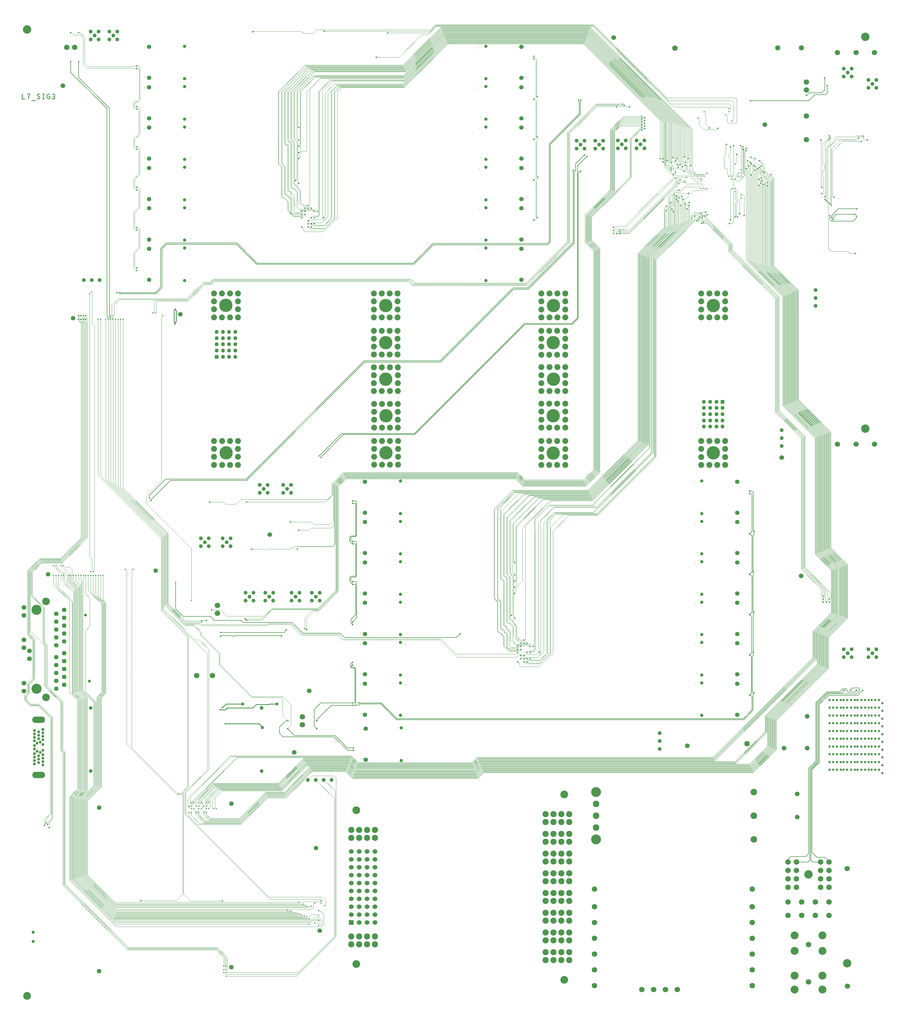
<source format=gbr>
G04 Created by GerbView*
%FSLAX35Y35*%
%MOMM*%
G75*
%ADD10C,0.0254*%
%ADD11C,0.4978*%
%ADD12C,0.1499*%
%ADD13C,1.2598*%
%ADD14C,0.0991*%
%ADD15C,0.4496*%
%ADD16C,0.1092*%
%ADD17C,1.2497*%
%ADD18C,1.4453*%
%ADD19C,2.4435*%
%ADD20C,0.2489*%
%ADD21C,0.9982*%
%ADD22C,1.5291*%
%ADD23C,0.1245*%
%ADD24C,0.9296*%
%ADD25R,0.9296X0.9296*%
%ADD26R,2.0726X2.0726*%
%ADD27C,2.0726*%
%ADD28C,1.7780*%
%ADD29C,1.9787*%
%ADD30C,0.7620*%
%ADD31R,1.5291X1.5291*%
%ADD32C,1.6993*%
%ADD33C,2.6975*%
%ADD34C,2.1082*%
%ADD35C,1.4986*%
%ADD36R,1.2598X1.2598*%
%ADD37C,1.8974*%
%ADD38C,2.5400*%
%ADD39C,2.4994*%
%ADD40C,3.1979*%
%ADD41C,1.0414*%
%ADD42C,1.4122*%
%ADD43C,4.2977*%
%ADD44C,1.7297*%
%ADD45C,1.6739*%
%ADD46C,1.1887*%
%ADD47C,1.4478*%
%ADD48C,0.2540*%
%ADD49C,3.2487*%
%ADD50C,0.9500*%
%ADD51C,2.4892*%
%LNEXPORT*%
D02*
D10*
D11*
X25762500Y29300000D03*
D10*
D12*
X25762500Y29300000D02*
Y29062500D01*
X25712500Y29012500D01*
X25368750D01*
X25168750Y28812500D01*
X23293750D01*
D11*
X23293750Y28812500D03*
D12*
D11*
X25687500Y29550000D03*
D12*
X25687500Y29550000D02*
Y29175000D01*
X25581250Y29068750D01*
X25181250D01*
X25100000Y28987500D01*
D11*
X25100000Y28987500D03*
D12*
D13*
X22197000Y18724000D03*
D12*
D13*
X21797000Y18724000D03*
D12*
D13*
X6306000Y20973000D03*
D12*
D13*
X6706000Y20973000D03*
D12*
D14*
X2075000Y22660000D02*
X2093750Y22641250D01*
Y22493750D01*
Y22225000D01*
Y21650000D01*
X2168750Y21575000D01*
Y13975000D01*
Y13688750D01*
X2130000Y13650000D01*
D12*
X17766250Y28834500D02*
Y28781250D01*
X17778750Y28768750D01*
Y28391250D01*
X16812500Y27425000D01*
Y24287500D01*
X16743750Y24218750D01*
X13068750D01*
X12437500Y23587500D01*
X7412820D01*
X6766570Y24233750D01*
X4477180D01*
X4303750Y24060320D01*
Y22810320D01*
X4133430Y22640000D01*
X2881250D01*
D15*
X2881250Y22640000D03*
D12*
D11*
X17766250Y28834500D03*
D12*
D15*
X2075000Y22660000D03*
D12*
D15*
X2130000Y13650000D03*
D12*
X17831250Y28834500D02*
Y28781250D01*
X17818750Y28768750D01*
Y28374680D01*
X16852500Y27408430D01*
Y24270930D01*
X16760320Y24178750D01*
X13085320D01*
X12454070Y23547500D01*
X7396250D01*
X6750000Y24193750D01*
X4493750D01*
X4343750Y24043750D01*
Y22793750D01*
X4150000Y22600000D01*
X2987500D01*
D14*
X2050000Y13650000D02*
X2091500Y13691500D01*
Y13975000D01*
Y14062500D01*
X2012500Y14141500D01*
Y21650000D01*
Y21963050D01*
X2011500Y21964050D01*
Y21995950D01*
X2012500Y21996950D01*
Y22225000D01*
Y22600000D01*
D11*
X17831250Y28834500D03*
D14*
D15*
X2987500Y22600000D03*
D14*
D15*
X2012500Y22600000D03*
D14*
D15*
X2050000Y13650000D03*
D14*
D12*
X3941250Y16031250D02*
Y16110320D01*
X4464680Y16633750D01*
X7052180D01*
X10858430Y20440000D01*
X13302180D01*
X15652180Y22790000D01*
X16120930D01*
X17587500Y24256570D01*
Y26575000D01*
D11*
X17587500Y26575000D03*
D12*
D11*
X3941250Y16031250D03*
D12*
X17950000Y27075000D02*
X17662500Y26787500D01*
Y26556250D01*
X17618750Y26512500D01*
Y24231250D01*
X16137500Y22750000D01*
X15668750D01*
X13318750Y20400000D01*
X10875000D01*
X7068750Y16593750D01*
X4612490D01*
X3993750Y15975010D01*
Y15950000D01*
X3981250Y15937500D01*
D11*
X17950000Y27075000D03*
D12*
D11*
X3981250Y15937500D03*
D12*
D16*
X6413170Y631480D02*
X8682480D01*
X9950000Y1899000D01*
Y7000000D01*
X9868750Y7081250D01*
X9177250D01*
X9046000Y6950000D01*
D17*
X9046000Y6950000D03*
D16*
D15*
X6413170Y631480D03*
D16*
D14*
X23068750Y27246250D02*
Y26456250D01*
X23000000Y26387500D01*
Y26385000D01*
D11*
X23068750Y27246250D03*
D14*
D15*
X23000000Y26385000D03*
D14*
X22800000Y26285000D02*
Y26275000D01*
X22843750Y26231250D01*
X22956250D01*
X23118750Y26393750D01*
Y27175000D01*
X23150000Y27206250D01*
D11*
X23150000Y27206250D03*
D14*
D15*
X22800000Y26285000D03*
D14*
X23162500Y27287500D02*
X23108750Y27233750D01*
Y27229670D01*
X23093750Y27214670D01*
Y26412500D01*
X23012500Y26331250D01*
X22950000D01*
X22900000Y26381250D01*
Y26385000D01*
D11*
X23162500Y27287500D03*
D14*
D15*
X22900000Y26385000D03*
D14*
X22650000Y27327500D02*
Y27156250D01*
X22600000Y27106250D01*
Y27006250D01*
X22650000Y26956250D01*
Y26337500D01*
X22700000Y26287500D01*
Y26285000D01*
D11*
X22650000Y27327500D03*
D14*
D15*
X22700000Y26285000D03*
D14*
X22525000Y27412500D02*
X22500000Y27387500D01*
Y27100000D01*
X22450000Y27050000D01*
Y26668750D01*
X22487500Y26631250D01*
X22531250D01*
X22550000Y26612500D01*
Y26437500D01*
X22600000Y26387500D01*
Y26385000D01*
D11*
X22525000Y27412500D03*
D14*
D15*
X22600000Y26385000D03*
D14*
X23043750Y27327500D02*
Y27277830D01*
X23028750Y27262830D01*
Y27229670D01*
X23043750Y27214670D01*
Y26525000D01*
X23003750Y26485000D01*
X23000000D01*
D11*
X23043750Y27327500D03*
D14*
D15*
X23000000Y26485000D03*
D14*
X22750000Y27367500D02*
Y26431250D01*
X22703750Y26385000D01*
X22700000D01*
D11*
X22750000Y27367500D03*
D14*
D15*
X22700000Y26385000D03*
D14*
X22856250Y27087500D02*
Y26837500D01*
X22803750Y26785000D01*
X22800000D01*
D11*
X22856250Y27087500D03*
D14*
D15*
X22800000Y26785000D03*
D14*
X23000000Y26585000D02*
Y27342500D01*
X22975000Y27367500D01*
D11*
X22975000Y27367500D03*
D14*
D15*
X23000000Y26585000D03*
D14*
X5293750Y12731250D02*
Y14400000D01*
X3856250Y15837500D01*
Y16110620D01*
X4331250Y16585620D01*
Y21618750D01*
Y21650000D01*
Y21856250D01*
X4370000Y21895000D01*
Y21900000D01*
D15*
X4370000Y21900000D03*
D14*
D15*
X5293750Y12731250D03*
D14*
X5943750Y12425000D02*
X6225000D01*
X6431250Y12218750D01*
X7630920D01*
X7883420Y12471250D01*
X9358090D01*
X9938750Y13051910D01*
Y16426910D01*
X10235590Y16723750D01*
X15745660D01*
X15983160Y16486250D01*
X17960590D01*
X18363750Y16889410D01*
Y24035590D01*
X18095000Y24304340D01*
Y25095660D01*
X18900000Y25900660D01*
Y27831910D01*
X19118090Y28050000D01*
X19800000D01*
D11*
X19800000Y28050000D03*
D14*
D11*
X5943750Y12425000D03*
D14*
D16*
X4130000Y21980000D02*
X4170500Y22020500D01*
Y22320500D01*
X4212500Y22362500D01*
X5175000D01*
X5713100Y22900600D01*
X5938110D01*
X6037510Y23000000D01*
X12262500D01*
X12387500Y22875000D01*
X16093750D01*
X17468750Y24250000D01*
Y27762500D01*
X18337500Y28631250D01*
X18984500D01*
X18993750Y28622000D01*
D11*
X18993750Y28622000D03*
D16*
D15*
X4130000Y21980000D03*
D16*
D14*
X5693080Y5901980D02*
Y5825660D01*
X5856240Y5662500D01*
X6843750D01*
X7700170Y6518920D01*
X8303130D01*
X9123710Y7339500D01*
X10296440D01*
X10505510Y7130430D01*
X10508340D01*
X10524270Y7114500D01*
X14474100D01*
X14659600Y7300000D01*
X23331770D01*
X24004250Y7972480D01*
Y8909980D01*
X25679250Y10584980D01*
Y11584980D01*
X26298000Y12203730D01*
Y13840020D01*
X25760500Y14377520D01*
Y18108770D01*
X24716750Y19152520D01*
Y22671270D01*
X23894250Y23493770D01*
Y26091580D01*
X23893750Y26092080D01*
Y26193740D01*
X23618750Y26468740D01*
Y26687170D01*
X23603750Y26702170D01*
Y26702500D01*
X23312500Y26993750D01*
D11*
X23312500Y26993750D03*
D14*
D15*
X5693080Y5901980D03*
D14*
X5773090Y5901980D02*
Y5826910D01*
X5887500Y5712500D01*
X6831250D01*
X7677670Y6558920D01*
X8283930D01*
X9104510Y7379500D01*
X10313020D01*
X10522090Y7170430D01*
X10524920D01*
X10540850Y7154500D01*
X14457520D01*
X14643020Y7340000D01*
X23315190D01*
X23964250Y7989060D01*
Y8926560D01*
X25639250Y10601560D01*
Y11601560D01*
X26258000Y12220310D01*
Y13823440D01*
X25720500Y14360940D01*
Y18092190D01*
X24676750Y19135940D01*
Y22654690D01*
X23814250Y23517190D01*
Y26149250D01*
X23847950Y26182950D01*
D11*
X23847950Y26182950D03*
D14*
D15*
X5773090Y5901980D03*
D14*
X5773090Y6022120D02*
X5765870D01*
X5731250Y5987500D01*
Y5831260D01*
X5875010Y5687500D01*
X6837500D01*
X7688920Y6538920D01*
X8294840D01*
X9115420Y7359500D01*
X10304730D01*
X10513800Y7150430D01*
X10516630D01*
X10532560Y7134500D01*
X14465810D01*
X14651310Y7320000D01*
X23323480D01*
X23984250Y7980770D01*
Y8918270D01*
X25659250Y10593270D01*
Y11593270D01*
X26278000Y12212020D01*
Y13831730D01*
X25740500Y14369230D01*
Y18100480D01*
X24696750Y19144230D01*
Y22662980D01*
X23850000Y23509730D01*
Y26070750D01*
X23854250Y26075000D01*
D11*
X23854250Y26075000D03*
D14*
D15*
X5773090Y6022120D03*
D14*
X23721250Y26125000D02*
Y23525320D01*
X24616750Y22629820D01*
Y19111070D01*
X25660500Y18067320D01*
Y14336070D01*
X26198000Y13798570D01*
Y12245180D01*
X25579250Y11626430D01*
Y10626430D01*
X23904250Y8951430D01*
Y8013930D01*
X23290320Y7400000D01*
X14618150D01*
X14432650Y7214500D01*
X10565720D01*
X10549790Y7230430D01*
X10546960D01*
X10337890Y7439500D01*
X8992320D01*
X8193980Y6641160D01*
X8175620D01*
X8174210Y6639750D01*
X6199540D01*
X5893750Y6333960D01*
Y6062770D01*
X5853100Y6022120D01*
D11*
X23721250Y26125000D03*
D14*
D15*
X5853100Y6022120D03*
D14*
X23568750Y26091250D02*
Y23564660D01*
X24536750Y22596660D01*
Y19077910D01*
X25580500Y18034160D01*
Y14302910D01*
X26098000Y13785410D01*
Y13782690D01*
X26098500Y13782190D01*
Y12258840D01*
X25499250Y11659590D01*
Y10659590D01*
X23824250Y8984590D01*
Y8482100D01*
X22822150Y7480000D01*
X14584990D01*
X14415420Y7310430D01*
X10580120D01*
X10364550Y7526000D01*
X8965660D01*
X8160820Y6721160D01*
X8142460D01*
X8141050Y6719750D01*
X6069750D01*
X5731250Y6381250D01*
Y6140300D01*
X5693080Y6102130D01*
D11*
X23568750Y26091250D03*
D14*
D15*
X5693080Y6102130D03*
D14*
X23568750Y26281250D02*
X23656250Y26193750D01*
Y23533740D01*
X24576750Y22613240D01*
Y19094490D01*
X25620500Y18050740D01*
Y14319490D01*
X26158000Y13781990D01*
Y12261760D01*
X25539250Y11643010D01*
Y10643010D01*
X23864250Y8968010D01*
Y8030510D01*
X23273740Y7440000D01*
X14601570D01*
X14416070Y7254500D01*
X10582300D01*
X10566370Y7270430D01*
X10563540D01*
X10354470Y7479500D01*
X8975740D01*
X8177400Y6681160D01*
X8159040D01*
X8157630Y6679750D01*
X6137250D01*
X5811500Y6354000D01*
Y6334960D01*
X5812500Y6333960D01*
Y6137500D01*
X5777130Y6102130D01*
X5773090D01*
D11*
X23568750Y26281250D03*
D14*
D15*
X5773090Y6102130D03*
D14*
X23614800Y26165000D02*
Y23546900D01*
X24556750Y22604950D01*
Y19086200D01*
X25600500Y18042450D01*
Y14311200D01*
X26138000Y13773700D01*
Y12270050D01*
X25519250Y11651300D01*
Y10651300D01*
X23844250Y8976300D01*
Y8038800D01*
X23265450Y7460000D01*
X14593280D01*
X14407780Y7274500D01*
X10590590D01*
X10574660Y7290430D01*
X10571830D01*
X10356260Y7506000D01*
X8973950D01*
X8169110Y6701160D01*
X8150750D01*
X8149340Y6699750D01*
X6112240D01*
X5773590Y6361100D01*
Y6351750D01*
X5773090Y6351250D01*
Y6222020D01*
D11*
X23614800Y26165000D03*
D14*
D15*
X5773090Y6222020D03*
D14*
X23668750Y26243750D02*
X23671250D01*
X23681250Y26233750D01*
Y23537030D01*
X24596750Y22621530D01*
Y19102780D01*
X25640500Y18059030D01*
Y14327780D01*
X26178000Y13790280D01*
Y12253470D01*
X25559250Y11634720D01*
Y10634720D01*
X23884250Y8959720D01*
Y8022220D01*
X23282030Y7420000D01*
X14609860D01*
X14424360Y7234500D01*
X10574010D01*
X10558080Y7250430D01*
X10555250D01*
X10346180Y7459500D01*
X8984030D01*
X8185690Y6661160D01*
X8167330D01*
X8165920Y6659750D01*
X6166000D01*
X5853100Y6346850D01*
Y6222020D01*
D11*
X23668750Y26243750D03*
D14*
D15*
X5853100Y6222020D03*
D14*
X6013120Y6022120D02*
Y6030630D01*
X5975000Y6068750D01*
Y6348100D01*
X6246650Y6619750D01*
X8182500D01*
X8183910Y6621160D01*
X8202270D01*
X9000610Y7419500D01*
X10329600D01*
X10538670Y7210430D01*
X10541500D01*
X10557430Y7194500D01*
X14440940D01*
X14626440Y7380000D01*
X23298610D01*
X23924250Y8005640D01*
Y8943140D01*
X25599250Y10618140D01*
Y11618140D01*
X26218000Y12236890D01*
Y13806860D01*
X25680500Y14344360D01*
Y18075610D01*
X24636750Y19119360D01*
Y22638110D01*
X23762500Y23512360D01*
Y26212500D01*
X23643750Y26331250D01*
D11*
X23643750Y26331250D03*
D14*
D15*
X6013120Y6022120D03*
D14*
X6093130Y6022120D02*
X6090380D01*
X6056250Y6056250D01*
Y6084560D01*
X6054630Y6086180D01*
Y6118080D01*
X6056250Y6119700D01*
Y6368760D01*
X6287240Y6599750D01*
X8190790D01*
X8192200Y6601160D01*
X8210560D01*
X9008900Y7399500D01*
X10321310D01*
X10530380Y7190430D01*
X10533210D01*
X10549140Y7174500D01*
X14449230D01*
X14634730Y7360000D01*
X23306900D01*
X23944250Y7997350D01*
Y8934850D01*
X25619250Y10609850D01*
Y11609850D01*
X26238000Y12228600D01*
Y13815150D01*
X25700500Y14352650D01*
Y18083900D01*
X24656750Y19127650D01*
Y22646400D01*
X23787500Y23515650D01*
Y26250000D01*
X23575000Y26462500D01*
Y26665000D01*
D11*
X23575000Y26665000D03*
D14*
D15*
X6093130Y6022120D03*
D14*
D18*
X1195000Y12423000D03*
D14*
D18*
X1195000Y11026000D03*
D14*
D19*
X611000Y9606500D03*
D14*
D19*
X611000Y12699500D03*
D14*
X3410000Y13730000D02*
Y13728750D01*
X3368750Y13687500D01*
Y13400000D01*
Y12198570D01*
X3351500Y12181320D01*
Y12148180D01*
X3368750Y12130930D01*
Y11279820D01*
X3351500Y11262570D01*
Y11229430D01*
X3368750Y11212180D01*
Y10369070D01*
X3337250Y10337570D01*
Y10304430D01*
X3368750Y10272930D01*
Y7975000D01*
X4837500Y6506250D01*
X4887500D01*
D15*
X4887500Y6506250D03*
D14*
D15*
X3410000Y13730000D03*
D14*
X4962500Y6506250D02*
X4925000Y6468750D01*
X4846710D01*
X3212500Y8102960D01*
Y13687500D01*
X3170000Y13730000D01*
D15*
X4962500Y6506250D03*
D14*
D15*
X3170000Y13730000D03*
D14*
D12*
X18025000Y27025000D02*
X17719060Y26719060D01*
Y21819070D01*
X17543430Y21643440D01*
X16018430D01*
X12474680Y18099690D01*
X10130940D01*
X9411840Y17380590D01*
X9406910D01*
D11*
X18025000Y27025000D03*
D12*
D15*
X9406910Y17380590D03*
D12*
X17825000Y26550000D02*
X17750000Y26475000D01*
Y21806250D01*
X17556250Y21612500D01*
X16031250D01*
X12487500Y18068750D01*
X10187500D01*
X9450000Y17331250D01*
D15*
X9450000Y17331250D03*
D12*
D11*
X17825000Y26550000D03*
D12*
D16*
X9300000Y6950000D02*
X9896380Y6353620D01*
Y1921220D01*
X8727780Y752620D01*
X6728960D01*
X6727960Y751620D01*
X6413170D01*
D17*
X9300000Y6950000D03*
D16*
D15*
X6413170Y751620D03*
D16*
X9554000Y6950000D02*
X9567750D01*
X9904000Y6613750D01*
X9904670D01*
X9916380Y6602040D01*
Y6601370D01*
X9924000Y6593750D01*
Y1909770D01*
X8701730Y687500D01*
X6393750D01*
X6333160Y748090D01*
Y751620D01*
D17*
X9554000Y6950000D03*
D16*
D15*
X6333160Y751620D03*
D16*
D13*
X6306000Y21373000D03*
D16*
D13*
X6706000Y21173000D03*
D16*
D17*
X1827250Y23043980D03*
D16*
D14*
X22500000Y28362500D02*
X22550000Y28312500D01*
Y28137500D01*
X22587500Y28100000D01*
X22825000D01*
X22850000Y28125000D01*
Y28875000D01*
X22812500Y28912500D01*
X20603620D01*
X18249870Y31266250D01*
X18174340D01*
X18173090Y31267500D01*
X13292480D01*
X13291230Y31266250D01*
X13150130D01*
X12983880Y31100000D01*
X9331250D01*
X9212500Y30981250D01*
X8906250D01*
X8836250Y31051250D01*
X7276250D01*
X7262500Y31037500D01*
D15*
X22500000Y28362500D03*
D14*
D11*
X7262500Y31037500D03*
D14*
X11612500Y31000000D02*
X12940460D01*
X13166710Y31226250D01*
X13307810D01*
X13309060Y31227500D01*
X18156510D01*
X18157760Y31226250D01*
X18233290D01*
X20747040Y28712500D01*
X22625000D01*
X22650000Y28687500D01*
Y28512500D01*
X22600000Y28462500D01*
D15*
X22600000Y28462500D03*
D14*
D11*
X11612500Y31000000D03*
D14*
X8750000Y14993750D02*
X9062500D01*
X9125000Y15056250D01*
X9791250D01*
X9878750Y15143750D01*
Y16451780D01*
X10210720Y16783750D01*
X15770530D01*
X16008030Y16546250D01*
X17935720D01*
X18303750Y16914280D01*
Y24010720D01*
X18035000Y24279470D01*
Y25120530D01*
X18840000Y25925530D01*
Y27856780D01*
X19164470Y28181250D01*
X19893750D01*
D11*
X19893750Y28181250D03*
D14*
D11*
X8750000Y14993750D03*
D14*
X8475000Y15250000D02*
X9162500D01*
X9237500Y15175000D01*
X9750000D01*
X9858750Y15283750D01*
Y16460070D01*
X10202430Y16803750D01*
X15778820D01*
X16016320Y16566250D01*
X17927430D01*
X18283750Y16922570D01*
Y24002430D01*
X18015000Y24271180D01*
Y25128820D01*
X18820000Y25933820D01*
Y27865070D01*
X19179930Y28225000D01*
X19800000D01*
D11*
X19800000Y28225000D03*
D14*
D11*
X8475000Y15250000D03*
D14*
X19893750Y27918750D02*
X19762500D01*
X19435000Y27591250D01*
Y26350790D01*
X18155000Y25070790D01*
Y24329210D01*
X18423750Y24060460D01*
Y16864540D01*
X17985460Y16426250D01*
X15958290D01*
X15720790Y16663750D01*
X10260460D01*
X9998750Y16402040D01*
Y13027040D01*
X9382960Y12411250D01*
X9182640D01*
X8940000Y12168610D01*
Y11823180D01*
X8950000Y11813180D01*
D11*
X19893750Y27918750D03*
D14*
D11*
X8950000Y11813180D03*
D14*
X19800000Y27875000D02*
X19750000D01*
X19455000Y27580000D01*
Y26342500D01*
X18175000Y25062500D01*
Y24337500D01*
X18443750Y24068750D01*
Y16856250D01*
X17993750Y16406250D01*
X15950000D01*
X15712500Y16643750D01*
X10268750D01*
X10018750Y16393750D01*
Y13018750D01*
X9391250Y12391250D01*
X9247500D01*
X9000000Y12143750D01*
Y11780000D01*
D11*
X19800000Y27875000D03*
D14*
D11*
X9000000Y11780000D03*
D14*
X7017700Y12131250D02*
X7571710D01*
X7891710Y12451250D01*
X9366380D01*
X9958750Y13043620D01*
Y16418620D01*
X10243880Y16703750D01*
X15737370D01*
X15974870Y16466250D01*
X17968880D01*
X18383750Y16881120D01*
Y24043880D01*
X18115000Y24312630D01*
Y25087370D01*
X18920000Y25892370D01*
Y27823620D01*
X19102630Y28006250D01*
X19893750D01*
D11*
X19893750Y28006250D03*
D14*
D11*
X7017700Y12131250D03*
D14*
X7231250Y14380000D02*
X7591960D01*
X7621960Y14350000D01*
X7653040D01*
X7675000Y14371960D01*
Y14373750D01*
X7681250Y14380000D01*
X8511250D01*
X8600000Y14468750D01*
X8721710D01*
X8729210Y14476250D01*
X9829210D01*
X9898750Y14545790D01*
Y16443490D01*
X10219010Y16763750D01*
X15762240D01*
X15999740Y16526250D01*
X17944010D01*
X18323750Y16905990D01*
Y24019010D01*
X18055000Y24287760D01*
Y25112240D01*
X18860000Y25917240D01*
Y27848490D01*
X19149010Y28137500D01*
X19800000D01*
D11*
X19800000Y28137500D03*
D14*
D11*
X7231250Y14380000D03*
D14*
X19893750Y28093750D02*
X19133550D01*
X18880000Y27840200D01*
Y25908950D01*
X18075000Y25103950D01*
Y24296050D01*
X18343750Y24027300D01*
Y16897700D01*
X17952300Y16506250D01*
X15991450D01*
X15753950Y16743750D01*
X10227300D01*
X9918750Y16435200D01*
Y14537500D01*
X9837500Y14456250D01*
X8737500D01*
X8706250Y14425000D01*
Y14380000D01*
D11*
X19893750Y28093750D03*
D14*
D11*
X8706250Y14380000D03*
D14*
X9568750Y31050000D02*
X12962170D01*
X13158420Y31246250D01*
X13299520D01*
X13300770Y31247500D01*
X18164800D01*
X18166050Y31246250D01*
X18241580D01*
X20675330Y28812500D01*
X22700000D01*
X22750000Y28762500D01*
Y28212500D01*
X22700000Y28162500D01*
D15*
X22700000Y28162500D03*
D14*
D11*
X9568750Y31050000D03*
D14*
X11248750Y30217500D02*
X11980010D01*
X12700010Y30937500D01*
X12906250D01*
X13175000Y31206250D01*
X13316100D01*
X13317350Y31207500D01*
X18148220D01*
X18149470Y31206250D01*
X18225000D01*
X20818750Y28612500D01*
X22550000D01*
X22600000Y28562500D01*
D15*
X22600000Y28562500D03*
D14*
D11*
X11248750Y30217500D03*
D14*
X5875000Y15892500D02*
X6299930D01*
X6305430Y15887000D01*
X6331750D01*
X6393750Y15825000D01*
X6731250D01*
X6887500Y15981250D01*
X9666710D01*
X9812500Y16127040D01*
Y16479240D01*
X10177010Y16843750D01*
X15804240D01*
X16035490Y16612500D01*
X17908260D01*
X18237500Y16941740D01*
Y23983260D01*
X17968750Y24252010D01*
Y25147990D01*
X18681880Y25861120D01*
X18690720D01*
X18780000Y25950400D01*
Y27881650D01*
X18806250Y27907900D01*
Y27916740D01*
X19202010Y28312500D01*
X19800000D01*
D11*
X19800000Y28312500D03*
D14*
D11*
X5875000Y15892500D03*
D14*
X19893750Y28268750D02*
X19195390D01*
X18800000Y27873360D01*
Y25942110D01*
X17995000Y25137110D01*
Y24262890D01*
X18263750Y23994140D01*
Y16930860D01*
X17919140Y16586250D01*
X16024610D01*
X15787110Y16823750D01*
X10194140D01*
X9838750Y16468360D01*
Y16125000D01*
X9606250Y15892500D01*
X7075000D01*
D11*
X19893750Y28268750D03*
D14*
D11*
X7075000Y15892500D03*
D14*
X7068750Y12083950D02*
X7552700D01*
X7900000Y12431250D01*
X9374670D01*
X9978750Y13035330D01*
Y16410330D01*
X10252170Y16683750D01*
X15729080D01*
X15966580Y16446250D01*
X17977170D01*
X18403750Y16872830D01*
Y24052170D01*
X18135000Y24320920D01*
Y25079080D01*
X19415000Y26359080D01*
Y27608740D01*
X19768760Y27962500D01*
X19800000D01*
D11*
X19800000Y27962500D03*
D14*
D11*
X7068750Y12083950D03*
D14*
X22875000Y25072500D02*
X22837500Y25110000D01*
Y25481250D01*
X22875000Y25518750D01*
Y25643750D01*
X22850000Y25668750D01*
Y25931250D01*
X22800000Y25981250D01*
Y25985000D01*
D11*
X22875000Y25072500D03*
D14*
D15*
X22800000Y25985000D03*
D14*
X23087500Y25112500D02*
Y25749990D01*
X23052490Y25785000D01*
X23000000D01*
D11*
X23087500Y25112500D03*
D14*
D15*
X23000000Y25785000D03*
D14*
X22650000Y24981250D02*
Y25950000D01*
X22685000Y25985000D01*
X22700000D01*
D11*
X22650000Y24981250D03*
D14*
D15*
X22700000Y25985000D03*
D14*
X22943750Y25175000D02*
Y25643750D01*
X22985000Y25685000D01*
X23000000D01*
D11*
X22943750Y25175000D03*
D14*
D15*
X23000000Y25685000D03*
D14*
X22800000Y25072500D02*
Y25512500D01*
X22843750Y25556250D01*
Y25606250D01*
X22800000Y25650000D01*
Y25885000D01*
D11*
X22800000Y25072500D03*
D14*
D15*
X22800000Y25885000D03*
D14*
D20*
X7580000Y8631000D02*
X7593750D01*
X7468500Y8756250D01*
X6381250D01*
D11*
X6381250Y8756250D03*
D20*
D21*
X7580000Y8631000D03*
D20*
D22*
X10949000Y3372500D03*
D20*
D22*
X10949000Y2610500D03*
D20*
D22*
X11203000Y2610500D03*
D20*
D22*
X10441000Y3118500D03*
D20*
D22*
X10695000Y3118500D03*
D20*
D22*
X10949000Y3118500D03*
D20*
D22*
X11203000Y3118500D03*
D20*
D22*
X10441000Y3880500D03*
D20*
D22*
X10695000Y3880500D03*
D20*
D22*
X10949000Y3626500D03*
D20*
D22*
X11203000Y3626500D03*
D20*
D22*
X11203000Y3372500D03*
D20*
X8044700Y9393000D02*
X7799250D01*
X7787500Y9381250D01*
X7381250D01*
X7268750Y9268750D01*
X6443760D01*
X6381260Y9206250D01*
X6212500D01*
D11*
X6212500Y9206250D03*
D20*
D21*
X8044700Y9393000D03*
D20*
X6942600Y9393000D02*
X6408630D01*
X6287500Y9271870D01*
D11*
X6287500Y9271870D03*
D20*
D21*
X6942600Y9393000D03*
D20*
D13*
X21997000Y18324000D03*
D20*
D13*
X22197000Y18324000D03*
D20*
D13*
X21797000Y18524000D03*
D20*
D13*
X21797000Y19124000D03*
D20*
D13*
X22197000Y19124000D03*
D20*
D13*
X6506000Y21373000D03*
D20*
D13*
X6706000Y20573000D03*
D20*
D13*
X6306000Y20573000D03*
D20*
D14*
X5213020Y5901980D02*
Y5781430D01*
X5481950Y5512500D01*
X6881250D01*
X7743750Y6375000D01*
X8337500D01*
X9182000Y7219500D01*
X10246700D01*
X10455770Y7010430D01*
X10458600D01*
X10474530Y6994500D01*
X14523840D01*
X14709340Y7180000D01*
X23381510D01*
X24124250Y7922740D01*
Y8860240D01*
X25799250Y10535240D01*
Y11535240D01*
X26418000Y12153990D01*
Y13889760D01*
X25880500Y14427260D01*
Y18158510D01*
X24836750Y19202260D01*
Y22721010D01*
X24050000Y23507760D01*
Y26343370D01*
X23956060Y26437310D01*
D11*
X23956060Y26437310D03*
D14*
D15*
X5213020Y5901980D03*
D14*
X5293030Y5901980D02*
Y5806960D01*
X5562490Y5537500D01*
X6875010D01*
X7737510Y6400000D01*
X8331250D01*
X9093750Y7162500D01*
X9096710D01*
X9173710Y7239500D01*
X10254990D01*
X10464060Y7030430D01*
X10466890D01*
X10482820Y7014500D01*
X14515550D01*
X14701050Y7200000D01*
X23373220D01*
X24104250Y7931030D01*
Y8868530D01*
X25779250Y10543530D01*
Y11543530D01*
X26398000Y12162280D01*
Y13881470D01*
X25860500Y14418970D01*
Y18150220D01*
X24816750Y19193970D01*
Y22712720D01*
X24025000Y23504470D01*
Y26299990D01*
X23740620Y26584370D01*
Y26740630D01*
X23593750Y26887500D01*
D11*
X23593750Y26887500D03*
D14*
D15*
X5293030Y5901980D03*
D14*
X5293030Y6022120D02*
X5252650Y6062500D01*
X5201030D01*
X5176520Y6087010D01*
Y6354810D01*
X6547710Y7726000D01*
X10447450D01*
X10663020Y7510430D01*
X14316680D01*
X14487500Y7681250D01*
X22090320D01*
X25299250Y10890180D01*
Y11742490D01*
X25898500Y12341740D01*
Y13699290D01*
X25376750Y14221040D01*
Y17952300D01*
X24333000Y18996050D01*
Y22511340D01*
X23158750Y23685590D01*
Y26631250D01*
D11*
X23158750Y26631250D03*
D14*
D15*
X5293030Y6022120D03*
D14*
X5373040Y6022120D02*
Y5989460D01*
X5412500Y5950000D01*
Y5837500D01*
X5687500Y5562500D01*
X6868750D01*
X7731250Y6425000D01*
X8325000D01*
X9159500Y7259500D01*
X10263280D01*
X10472350Y7050430D01*
X10475180D01*
X10491110Y7034500D01*
X14507260D01*
X14692760Y7220000D01*
X23364930D01*
X24084250Y7939320D01*
Y8876820D01*
X25759250Y10551820D01*
Y11551820D01*
X26378000Y12170570D01*
Y13873180D01*
X25840500Y14410680D01*
Y18141930D01*
X24796750Y19185680D01*
Y22704430D01*
X24000000Y23501180D01*
Y26293760D01*
X23700000Y26593760D01*
Y26725000D01*
X23577500Y26847500D01*
X23577170D01*
X23553750Y26870920D01*
Y26871250D01*
X23475000Y26950000D01*
X23425000D01*
D11*
X23425000Y26950000D03*
D14*
D15*
X5373040Y6022120D03*
D14*
X5213020Y6102130D02*
X5256250Y6145360D01*
Y6397760D01*
X6564490Y7706000D01*
X10439160D01*
X10654730Y7490430D01*
X14324970D01*
X14495790Y7661250D01*
X22098610D01*
X25319250Y10881890D01*
Y11734200D01*
X25918500Y12333450D01*
Y13707580D01*
X25396750Y14229330D01*
Y17960590D01*
X24353000Y19004340D01*
Y22519630D01*
X23199500Y23673130D01*
Y26735330D01*
X23200000Y26735830D01*
Y26887500D01*
D11*
X23200000Y26887500D03*
D14*
D15*
X5213020Y6102130D03*
D14*
X5293030Y6102130D02*
X5331250Y6140350D01*
Y6231850D01*
X6765400Y7666000D01*
X10422580D01*
X10638150Y7450430D01*
X14350430D01*
X14521250Y7621250D01*
X22115190D01*
X25359250Y10865310D01*
Y11717620D01*
X25958500Y12316870D01*
Y13724160D01*
X25436750Y14245910D01*
Y17977170D01*
X24393000Y19020920D01*
Y22536210D01*
X23280750Y23648460D01*
Y26837000D01*
X23281250Y26837500D01*
D11*
X23281250Y26837500D03*
D14*
D15*
X5293030Y6102130D03*
D14*
X5293030Y6222020D02*
X6757010Y7686000D01*
X10430870D01*
X10646440Y7470430D01*
X14339180D01*
X14510000Y7641250D01*
X22106900D01*
X25339250Y10873600D01*
Y11725910D01*
X25938500Y12325160D01*
Y13715870D01*
X25416750Y14237620D01*
Y17968880D01*
X24373000Y19012630D01*
Y22527920D01*
X23239500Y23661420D01*
Y26718750D01*
D11*
X23239500Y26718750D03*
D14*
D15*
X5293030Y6222020D03*
D14*
X5373040Y6222020D02*
X5990770Y6839750D01*
X8090420D01*
X8896670Y7646000D01*
X10414290D01*
X10629860Y7430430D01*
X14364640D01*
X14535460Y7601250D01*
X22123480D01*
X25379250Y10857020D01*
Y11709330D01*
X25978500Y12308580D01*
Y13732450D01*
X25456750Y14254200D01*
Y17985460D01*
X24413000Y19029210D01*
Y22544500D01*
X23320750Y23636750D01*
Y26431250D01*
D11*
X23320750Y26431250D03*
D14*
D15*
X5373040Y6222020D03*
D14*
D16*
X2450000Y13530000D02*
Y12744550D01*
X2530000Y12664550D01*
Y9729200D01*
X2393750Y9592950D01*
Y6724990D01*
X1937500Y6268740D01*
Y3906250D01*
X2837500Y3006250D01*
X8768750D01*
D15*
X8768750Y3006250D03*
D16*
D15*
X2450000Y13530000D03*
D16*
X9467520Y3063530D02*
X9428990Y3025000D01*
X8875000D01*
X8818750Y2968750D01*
X8785000D01*
X8784500Y2968250D01*
X8753000D01*
X8752500Y2968750D01*
X2837500D01*
X1925000Y3881250D01*
Y3889050D01*
X1912500Y3901550D01*
Y6273440D01*
X1925000Y6285940D01*
Y6287500D01*
X2368750Y6731250D01*
Y9597650D01*
X2509000Y9737900D01*
Y12655850D01*
X2370000Y12794850D01*
Y13530000D01*
D15*
X9467520Y3063530D03*
D16*
D15*
X2370000Y13530000D03*
D16*
X8900000Y2950000D02*
X8887500Y2937500D01*
X2837490D01*
X1887500Y3887490D01*
Y6279700D01*
X2343750Y6735950D01*
Y9602350D01*
X2488000Y9746600D01*
Y12647150D01*
X2290000Y12845150D01*
Y13530000D01*
D15*
X8900000Y2950000D03*
D16*
D15*
X2290000Y13530000D03*
D16*
X8962500Y2912500D02*
X8956250Y2906250D01*
X2839040D01*
X1862500Y3882790D01*
Y6284400D01*
X2318750Y6740650D01*
Y9607050D01*
X2467000Y9755300D01*
Y12638450D01*
X2210000Y12895450D01*
Y13530000D01*
D15*
X8962500Y2912500D03*
D16*
D15*
X2210000Y13530000D03*
D16*
X2130000Y13530000D02*
Y12945750D01*
X2446000Y12629750D01*
Y9764000D01*
X2293750Y9611750D01*
Y6745350D01*
X1837500Y6289100D01*
Y3875000D01*
X2842500Y2870000D01*
X9007500D01*
X9012500Y2875000D01*
X9025000D01*
D15*
X9025000Y2875000D03*
D16*
D15*
X2130000Y13530000D03*
D16*
X2050000Y13530000D02*
Y12996050D01*
X2425000Y12621050D01*
Y9772700D01*
X2268750Y9616450D01*
Y6750050D01*
X1812500Y6293800D01*
Y3868750D01*
X2843750Y2837500D01*
X9008750D01*
X9009250Y2837000D01*
X9040750D01*
X9085000Y2881250D01*
X9156250D01*
D15*
X9156250Y2881250D03*
D16*
D15*
X2050000Y13530000D03*
D16*
X1970000Y13530000D02*
Y13047760D01*
X2029000Y12988760D01*
Y12987350D01*
X2404000Y12612350D01*
Y9781400D01*
X2243750Y9621150D01*
Y6756250D01*
X1789250Y6301750D01*
Y6298600D01*
X1787500Y6296850D01*
Y3864050D01*
X2870300Y2781250D01*
X8377500D01*
X8378000Y2781750D01*
X8409500D01*
X8410000Y2781250D01*
X9118300D01*
X9135000Y2788170D01*
X9218750Y2822850D01*
Y2934010D01*
X9267370Y2982630D01*
D15*
X1970000Y13530000D03*
D16*
D15*
X9267370Y2982630D03*
D16*
X6413170Y831630D02*
X6456250Y874710D01*
Y1225010D01*
X6131260Y1550000D01*
X3268750D01*
X1225000Y3593750D01*
Y7843740D01*
X1150000Y7918740D01*
Y9475000D01*
X650000Y9975000D01*
Y11293750D01*
X562500Y11381250D01*
Y12506250D01*
X168750Y12900000D01*
Y13631250D01*
X468750Y13931250D01*
X1131250D01*
X1956250Y14756250D01*
Y21656240D01*
X1931250Y21681240D01*
Y21856250D01*
X1890000Y21897500D01*
Y21900000D01*
D15*
X6413170Y831630D03*
D16*
D11*
X1890000Y21900000D03*
D16*
X1810000Y21780000D02*
Y21708750D01*
X1862500Y21656250D01*
Y14759740D01*
X1102760Y14000000D01*
X440260D01*
X100000Y13659740D01*
Y11750000D01*
X358000Y11492000D01*
Y11490990D01*
X556250Y11292740D01*
Y9973990D01*
X1075000Y9455240D01*
Y7881260D01*
X1150000Y7806260D01*
Y3556250D01*
X3231250Y1475000D01*
X6093740D01*
X6333160Y1235580D01*
Y951520D01*
D15*
X6333160Y951520D03*
D16*
D11*
X1810000Y21780000D03*
D16*
X6333160Y831630D02*
X6375000Y873470D01*
Y1231240D01*
X6106240Y1500000D01*
X3243750D01*
X1175000Y3568750D01*
Y7818760D01*
X1100000Y7893760D01*
Y9459940D01*
X587500Y9972440D01*
Y11291190D01*
X510250Y11368440D01*
Y12493440D01*
X122750Y12880940D01*
Y13650310D01*
X449690Y13977250D01*
X1112190D01*
X1893750Y14758810D01*
Y21657800D01*
X1849500Y21702050D01*
Y21860500D01*
X1810000Y21900000D01*
D15*
X6333160Y831630D03*
D16*
D11*
X1810000Y21900000D03*
D16*
X1890000Y21780000D02*
Y21691250D01*
X1925000Y21656250D01*
Y14760360D01*
X1120890Y13956250D01*
X458390D01*
X143750Y13641610D01*
Y12889640D01*
X537500Y12495890D01*
Y11370890D01*
X618750Y11289640D01*
Y9970890D01*
X1125000Y9464640D01*
Y7906260D01*
X1200000Y7831260D01*
Y3583390D01*
X3258390Y1525000D01*
X6118740D01*
X6413170Y1230570D01*
Y951520D01*
D15*
X6413170Y951520D03*
D16*
D11*
X1890000Y21780000D03*
D16*
D23*
X2290000Y21780000D02*
Y16760010D01*
X4318750Y14731260D01*
Y12408400D01*
X5168750Y11558400D01*
Y6722860D01*
X5012500Y6566610D01*
Y3275000D01*
D14*
X5012500Y3275000D02*
X4800000Y3062500D01*
X3662500D01*
D15*
X2290000Y21780000D03*
D14*
D11*
X3662500Y3062500D03*
D14*
D23*
X2370000Y21780000D02*
Y16723750D01*
X4343750Y14750000D01*
Y12418760D01*
X5193750Y11568760D01*
Y6712500D01*
X5037500Y6556250D01*
Y3275000D01*
D14*
X5037500Y3275000D02*
X5262500Y3050000D01*
X6293750D01*
D15*
X2370000Y21780000D03*
D14*
D11*
X6293750Y3050000D03*
D14*
D16*
X1730000Y21900000D02*
X1769500Y21860500D01*
Y21717990D01*
X1831250Y21656240D01*
Y14758190D01*
X1094060Y14021000D01*
X431560D01*
X79000Y13668440D01*
Y11646000D01*
X243750Y11481250D01*
Y10187500D01*
X75000Y10018750D01*
Y9737500D01*
X-00018749Y9643750D01*
Y9537500D01*
X125000Y9393750D01*
X387500D01*
X818750Y8962500D01*
Y5706250D01*
X712500Y5600000D01*
Y5412500D01*
D11*
X712500Y5412500D03*
D16*
D11*
X1730000Y21900000D03*
D16*
X1650000Y21780000D02*
Y21743750D01*
X1737500Y21656250D01*
Y14753540D01*
X1067960Y14084000D01*
X405460D01*
X16000Y13694540D01*
Y11619900D01*
X180750Y11455150D01*
Y10213600D01*
X12000Y10044850D01*
Y9763600D01*
X-00081749Y9669850D01*
Y9511400D01*
X98900Y9330750D01*
X361400D01*
X755750Y8936400D01*
Y5868250D01*
X559950Y5672450D01*
Y5493750D01*
D11*
X559950Y5493750D03*
D16*
D11*
X1650000Y21780000D03*
D16*
X1650000Y21900000D02*
X1689500Y21860500D01*
Y21735510D01*
X1768750Y21656260D01*
Y14755090D01*
X1076660Y14063000D01*
X414160D01*
X37000Y13685840D01*
Y11628600D01*
X201750Y11463850D01*
Y10204900D01*
X33000Y10036150D01*
Y9754900D01*
X-00060749Y9661150D01*
Y9520100D01*
X107600Y9351750D01*
X370100D01*
X776750Y8945100D01*
Y5845490D01*
X610800Y5679540D01*
Y5556250D01*
D11*
X610800Y5556250D03*
D16*
D11*
X1650000Y21900000D03*
D16*
X1730000Y21780000D02*
Y21726250D01*
X1800000Y21656250D01*
Y14756640D01*
X1085360Y14042000D01*
X422860D01*
X58000Y13677140D01*
Y11637300D01*
X222750Y11472550D01*
Y10196200D01*
X54000Y10027450D01*
Y9746200D01*
X-00039749Y9652450D01*
Y9528800D01*
X116300Y9372750D01*
X378800D01*
X797750Y8953800D01*
Y5714950D01*
X661650Y5578850D01*
Y5512500D01*
D11*
X661650Y5512500D03*
D16*
D11*
X1730000Y21780000D03*
D16*
D24*
X322500Y7870000D03*
D16*
D24*
X427500Y8167500D03*
D16*
D22*
X77000Y10848000D03*
D16*
D22*
X-00099999Y10060000D03*
D16*
D25*
X507500Y8572500D03*
D16*
D24*
X507500Y7427500D03*
D16*
D24*
X242500Y7465000D03*
D16*
D24*
X242500Y8535000D03*
D16*
D26*
X375000Y7110000D03*
D16*
D27*
X271250Y7110000D03*
D16*
D27*
X478750Y7110000D03*
D16*
D26*
X375000Y8890000D03*
D16*
D27*
X271250Y8890000D03*
D16*
D27*
X478750Y8890000D03*
D16*
D24*
X507500Y8242500D03*
D16*
D24*
X507500Y7757500D03*
D16*
D24*
X242500Y8205000D03*
D16*
D24*
X242500Y7795000D03*
D16*
D23*
X2850000Y21780000D02*
Y16462490D01*
X4468750Y14843740D01*
Y12600170D01*
X5100170Y11968750D01*
X5556250D01*
X5606250Y11918750D01*
X7750000D01*
X7787500Y11956250D01*
X8477140D01*
X8833390Y11600000D01*
X10006250D01*
X10150000Y11456250D01*
X13296220D01*
X13852470Y10900000D01*
X15775000D01*
X15825000Y10950000D01*
X15900000D01*
D15*
X2850000Y21780000D03*
D23*
D11*
X15900000Y10950000D03*
D23*
D14*
X20987500Y25937500D02*
X20893750D01*
X20656250Y25700000D01*
Y25419070D01*
X20532500Y25295320D01*
Y24739080D01*
X19692500Y23899080D01*
Y17880340D01*
X18069660Y16257500D01*
X15657510D01*
X15059000Y15658990D01*
Y15316710D01*
X15058000Y15315710D01*
Y12792000D01*
X15158000Y12692000D01*
Y11735750D01*
X15181250Y11712500D01*
X15219540D01*
X15358000Y11574040D01*
Y11275750D01*
X15522750Y11111000D01*
X15861000D01*
X15900000Y11150000D01*
D11*
X20987500Y25937500D03*
D14*
D11*
X15900000Y11150000D03*
D14*
X15900000Y11250000D02*
X15850000D01*
X15839000Y11239000D01*
Y11233840D01*
X15797160Y11192000D01*
X15507990D01*
X15461000Y11238990D01*
Y11662500D01*
X15417250Y11706250D01*
X15387500D01*
X15358000Y11735750D01*
Y11774040D01*
X15324040Y11808000D01*
X15275960D01*
X15258000Y11825960D01*
Y12692000D01*
X15161000Y12789000D01*
Y15315710D01*
X15162000Y15316710D01*
Y15687010D01*
X15692490Y16217500D01*
X18086240D01*
X19732500Y17863760D01*
Y23882500D01*
X20631250Y24781250D01*
Y25349990D01*
X20684380Y25403120D01*
Y25682210D01*
X20870920Y25868750D01*
X20981250D01*
X21250000Y26137500D01*
X21737500D01*
X21750000Y26125000D01*
Y26035000D01*
X21800000Y25985000D01*
D15*
X21800000Y25985000D03*
D14*
D11*
X15900000Y11250000D03*
D14*
X16000000Y11350000D02*
Y11362500D01*
X15956250Y11406250D01*
X15887500D01*
X15742000Y11551750D01*
Y11912370D01*
X15639000Y12015370D01*
Y12066160D01*
X15616160Y12089000D01*
X15571620D01*
X15539000Y12121620D01*
Y13471620D01*
X15442000Y13568620D01*
Y15393880D01*
X16165620Y16117500D01*
X18127690D01*
X19832500Y17822310D01*
Y23841050D01*
X20820000Y24828550D01*
Y25230000D01*
X20808750Y25241250D01*
Y25243750D01*
D11*
X20808750Y25243750D03*
D14*
D11*
X16000000Y11350000D03*
D14*
X16000000Y11450000D02*
X15881250D01*
X15761000Y11570250D01*
Y11920250D01*
X15658000Y12023250D01*
Y12074030D01*
X15624060Y12108000D01*
X15579500D01*
X15558000Y12129500D01*
Y13479500D01*
X15461000Y13576500D01*
Y15315710D01*
X15462000Y15316710D01*
Y15385590D01*
X16173910Y16097500D01*
X18135980D01*
X19852500Y17814020D01*
Y23832760D01*
X20848750Y24829010D01*
Y25673750D01*
X20918750Y25743750D01*
D11*
X20918750Y25743750D03*
D14*
D11*
X16000000Y11450000D03*
D14*
X20593750Y25418750D02*
X20512500Y25337500D01*
Y25303610D01*
X20511880Y25302990D01*
Y25253250D01*
X20512500Y25252630D01*
Y24747370D01*
X19672500Y23907370D01*
Y17888630D01*
X18061370Y16277500D01*
X15640000D01*
X15039000Y15676500D01*
Y12784120D01*
X15139000Y12684120D01*
Y11727870D01*
X15173370Y11693500D01*
X15211660D01*
X15339000Y11566160D01*
Y11267870D01*
X15514870Y11092000D01*
X15770500D01*
X15800000Y11062500D01*
Y11050000D01*
D11*
X20593750Y25418750D03*
D14*
D11*
X15800000Y11050000D03*
D14*
X15800000Y11150000D02*
X15523110D01*
X15442000Y11231110D01*
Y11654620D01*
X15409370Y11687250D01*
X15379620D01*
X15339000Y11727870D01*
Y11766160D01*
X15316160Y11789000D01*
X15265370D01*
X15239000Y11815370D01*
Y12684120D01*
X15142000Y12781120D01*
Y15704500D01*
X15675000Y16237500D01*
X18077950D01*
X19712500Y17872050D01*
Y23890790D01*
X20571880Y24750170D01*
Y25262500D01*
X20587500Y25278120D01*
D11*
X20587500Y25278120D03*
D14*
D11*
X15800000Y11150000D03*
D14*
X15800000Y11250000D02*
X15761000Y11211000D01*
X15589000D01*
X15537500Y11262500D01*
Y11432340D01*
X15539000Y11433840D01*
Y11704880D01*
X15436500Y11807380D01*
Y11876000D01*
X15424600Y11887920D01*
X15380840D01*
X15376760Y11892000D01*
X15375960D01*
X15339000Y11928960D01*
Y13366160D01*
X15316160Y13389000D01*
X15311470D01*
X15310290Y13390180D01*
X15275750D01*
X15242000Y13423930D01*
Y15729500D01*
X15710000Y16197500D01*
X18094530D01*
X19752500Y17855470D01*
Y23874210D01*
X20660000Y24781710D01*
Y25347500D01*
X20731250Y25418750D01*
Y25543750D01*
D11*
X20731250Y25543750D03*
D14*
D11*
X15800000Y11250000D03*
D14*
X15900000Y11350000D02*
X15887500D01*
X15661000Y11576500D01*
Y11895250D01*
X15550000Y12006250D01*
X15488590D01*
X15461000Y12033840D01*
Y13467510D01*
X15444380Y13484130D01*
X15420510Y13508010D01*
X15386830D01*
X15358000Y13536840D01*
Y15315710D01*
X15359000Y15316710D01*
Y15488840D01*
X16007660Y16137500D01*
X18119400D01*
X19812500Y17830600D01*
Y23849340D01*
X20768750Y24805590D01*
Y25324980D01*
D11*
X20768750Y25324980D03*
D14*
D11*
X15900000Y11350000D03*
D14*
X21906250Y25143750D02*
X21481240D01*
X21418750Y25081260D01*
Y24962500D01*
X20192500Y23736250D01*
Y17370120D01*
X18349630Y15527250D01*
X17014740D01*
X16761000Y15273510D01*
Y11028960D01*
X16524040Y10792000D01*
X16386840D01*
X16382340Y10787500D01*
X16162500D01*
X16100000Y10850000D01*
D11*
X21906250Y25143750D03*
D14*
D11*
X16100000Y10850000D03*
D14*
X20843750Y25785000D02*
X20772500Y25713750D01*
Y25422500D01*
X20700000Y25350000D01*
Y24793420D01*
X19772500Y23865920D01*
Y17847180D01*
X18102820Y16177500D01*
X15846250D01*
X15262000Y15593250D01*
Y15316710D01*
X15261000Y15315710D01*
Y13437370D01*
X15285870Y13412500D01*
X15319540D01*
X15358000Y13374040D01*
Y11936840D01*
X15383840Y11911000D01*
X15428860D01*
X15455500Y11884360D01*
Y11819500D01*
X15561000Y11714000D01*
Y11433840D01*
X15583840Y11411000D01*
X15595250D01*
X15714250Y11292000D01*
X16151750D01*
X16193750Y11250000D01*
X16200000D01*
D11*
X20843750Y25785000D03*
D14*
D11*
X16200000Y11250000D03*
D14*
X16300000Y11250000D02*
Y11262500D01*
X16250000Y11312500D01*
X16117660D01*
X16116160Y11311000D01*
X15745250D01*
X15639000Y11417250D01*
Y11886130D01*
X15540880Y11984250D01*
X15483710D01*
X15442000Y12025960D01*
Y13459630D01*
X15436500Y13465130D01*
X15436490D01*
X15412640Y13489000D01*
X15368890D01*
X15339000Y13518890D01*
Y15497130D01*
X15999370Y16157500D01*
X18111110D01*
X19792500Y17838890D01*
Y23857630D01*
X20725000Y24790130D01*
Y25343750D01*
X20808750Y25427500D01*
Y25677500D01*
X20878750Y25747500D01*
Y25760330D01*
X20902170Y25783750D01*
X20940000D01*
X21193750Y26037500D01*
X21647500D01*
X21700000Y25985000D01*
D15*
X21700000Y25985000D03*
D14*
D11*
X16300000Y11250000D03*
D14*
X21700000Y25187500D02*
X21481260D01*
X21393750Y25099990D01*
Y24968750D01*
X20172500Y23747500D01*
Y17485010D01*
X18234740Y15547250D01*
X17003490D01*
X16742000Y15285760D01*
Y11036840D01*
X16516160Y10811000D01*
X16239000D01*
X16200000Y10850000D01*
D11*
X21700000Y25187500D03*
D14*
D11*
X16200000Y10850000D03*
D14*
X21381250Y26725000D02*
Y27917890D01*
X18131640Y31167500D01*
X13333930D01*
X12110180Y29943750D01*
X8948400D01*
X8108000Y29103350D01*
Y26792000D01*
X8208000Y26692000D01*
Y25735750D01*
X8231250Y25712500D01*
X8269540D01*
X8408000Y25574040D01*
Y25281990D01*
X8578990Y25111000D01*
X8911000D01*
X8950000Y25150000D01*
D11*
X21381250Y26725000D03*
D14*
D11*
X8950000Y25150000D03*
D14*
X21293750Y26950000D02*
Y27948810D01*
X18115060Y31127500D01*
X13350510D01*
X12126760Y29903750D01*
X9011380D01*
X8211000Y29103370D01*
Y26789000D01*
X8308000Y26692000D01*
Y25825960D01*
X8325960Y25808000D01*
X8374040D01*
X8408000Y25774040D01*
Y25735750D01*
X8437500Y25706250D01*
X8467250D01*
X8511000Y25662500D01*
Y25232750D01*
X8551750Y25192000D01*
X8847160D01*
X8889000Y25233840D01*
Y25239000D01*
X8900000Y25250000D01*
X8950000D01*
D11*
X21293750Y26950000D03*
D14*
D11*
X8950000Y25250000D03*
D14*
X21190000Y26731250D02*
Y26753750D01*
X21085000Y26858750D01*
Y28016100D01*
X18073600Y31027500D01*
X13391970D01*
X12168220Y29803750D01*
X9189370D01*
X8492000Y29106380D01*
Y27568620D01*
X8589000Y27471620D01*
Y26121620D01*
X8621620Y26089000D01*
X8666160D01*
X8689000Y26066160D01*
Y26015370D01*
X8792000Y25912370D01*
Y25551750D01*
X8937500Y25406250D01*
X9006250D01*
X9050000Y25362500D01*
Y25350000D01*
D11*
X21190000Y26731250D03*
D14*
D11*
X9050000Y25350000D03*
D14*
X21700000Y26285000D02*
X21653750Y26331250D01*
X21443750D01*
X21150000Y26625000D01*
Y26737500D01*
X21043750Y26843750D01*
Y28029060D01*
X18065310Y31007500D01*
X13400260D01*
X12176510Y29783750D01*
X9197670D01*
X8511000Y29097080D01*
Y27576500D01*
X8608000Y27479500D01*
Y26129500D01*
X8629500Y26108000D01*
X8674060D01*
X8708000Y26074030D01*
Y26023250D01*
X8811000Y25920250D01*
Y25570250D01*
X8931250Y25450000D01*
X9050000D01*
D15*
X21700000Y26285000D03*
D14*
D11*
X9050000Y25450000D03*
D14*
X21500000Y26485000D02*
X21425790Y26559210D01*
Y27901640D01*
X18139930Y31187500D01*
X13325640D01*
X12101890Y29963750D01*
X8940090D01*
X8089000Y29112660D01*
Y26784120D01*
X8189000Y26684120D01*
Y25727870D01*
X8223370Y25693500D01*
X8261660D01*
X8389000Y25566160D01*
Y25274110D01*
X8571110Y25092000D01*
X8820500D01*
X8850000Y25062500D01*
Y25050000D01*
D15*
X21500000Y26485000D03*
D14*
D11*
X8850000Y25050000D03*
D14*
X8850000Y25150000D02*
X8566870D01*
X8492000Y25224870D01*
Y25654620D01*
X8459370Y25687250D01*
X8429620D01*
X8389000Y25727870D01*
Y25766160D01*
X8366160Y25789000D01*
X8315370D01*
X8289000Y25815370D01*
Y26684120D01*
X8192000Y26781120D01*
Y29112660D01*
X9003090Y29923750D01*
X12118470D01*
X13342220Y31147500D01*
X18123350D01*
X21337500Y27933350D01*
Y26581250D01*
X21473750Y26445000D01*
X21860000D01*
X21900000Y26485000D01*
D15*
X21900000Y26485000D03*
D14*
D11*
X8850000Y25150000D03*
D14*
X8850000Y25250000D02*
X8811000Y25211000D01*
X8633840D01*
X8611000Y25233840D01*
Y25239000D01*
X8587500Y25262500D01*
Y25432340D01*
X8589000Y25433840D01*
Y25666160D01*
X8566160Y25689000D01*
X8542240D01*
X8489000Y25742240D01*
Y25766160D01*
X8486500Y25768660D01*
Y25876000D01*
X8474600Y25887920D01*
X8430840D01*
X8426760Y25892000D01*
X8425960D01*
X8389000Y25928960D01*
Y27366160D01*
X8366160Y27389000D01*
X8361470D01*
X8360290Y27390180D01*
X8325750D01*
X8292000Y27423930D01*
Y29112660D01*
X9063090Y29883750D01*
X12135050D01*
X13358800Y31107500D01*
X18106770D01*
X21250000Y27964270D01*
Y26618760D01*
X21443760Y26425000D01*
X21775000D01*
X21800000Y26400000D01*
Y26385000D01*
D11*
X8850000Y25250000D03*
D14*
D15*
X21800000Y26385000D03*
D14*
X21600000Y26385000D02*
X21433740D01*
X21230000Y26588740D01*
Y26751260D01*
X21125000Y26856260D01*
Y28004390D01*
X18081890Y31047500D01*
X13383680D01*
X12159930Y29823750D01*
X9128400D01*
X8408000Y29103350D01*
Y27536840D01*
X8436830Y27508010D01*
X8470510D01*
X8494380Y27484130D01*
X8511000Y27467510D01*
Y26033840D01*
X8538590Y26006250D01*
X8600000D01*
X8711000Y25895250D01*
Y25576500D01*
X8937500Y25350000D01*
X8950000D01*
D11*
X8950000Y25350000D03*
D14*
D15*
X21600000Y26385000D03*
D14*
X20812500Y26431250D02*
X20787490D01*
X20518750Y26699990D01*
Y28129700D01*
X17940950Y30707500D01*
X13524610D01*
X12111610Y29294500D01*
X10000720D01*
X9811000Y29104780D01*
Y25028960D01*
X9574040Y24792000D01*
X9436840D01*
X9432340Y24787500D01*
X9212500D01*
X9150000Y24850000D01*
D11*
X20812500Y26431250D03*
D14*
D11*
X9150000Y24850000D03*
D14*
X21206250Y26837500D02*
Y27979730D01*
X18098480Y31087500D01*
X13367090D01*
X12143340Y29863750D01*
X9071400D01*
X8311000Y29103350D01*
Y27437370D01*
X8335870Y27412500D01*
X8369540D01*
X8408000Y27374040D01*
Y25936840D01*
X8433840Y25911000D01*
X8478860D01*
X8505500Y25884360D01*
Y25839340D01*
X8533840Y25811000D01*
X8557760D01*
X8611000Y25757760D01*
Y25433840D01*
X8633840Y25411000D01*
X8645250D01*
X8764250Y25292000D01*
X9201750D01*
X9243750Y25250000D01*
X9250000D01*
D11*
X21206250Y26837500D03*
D14*
D11*
X9250000Y25250000D03*
D14*
X21165000Y27015500D02*
X21156250D01*
Y27018750D01*
X21165000Y27027500D01*
Y27992690D01*
X18090190Y31067500D01*
X13375380D01*
X12151630Y29843750D01*
X9120090D01*
X8389000Y29112660D01*
Y27518890D01*
X8418890Y27489000D01*
X8462640D01*
X8486490Y27465130D01*
X8486500D01*
X8492000Y27459630D01*
Y26025960D01*
X8533710Y25984250D01*
X8590880D01*
X8689000Y25886130D01*
Y25417250D01*
X8795250Y25311000D01*
X9166160D01*
X9167660Y25312500D01*
X9300000D01*
X9350000Y25262500D01*
Y25250000D01*
D11*
X21165000Y27015500D03*
D14*
D11*
X9350000Y25250000D03*
D14*
X21700000Y26385000D02*
X21702500D01*
X21750000Y26337500D01*
Y26250000D01*
X21731250Y26231250D01*
X21500000D01*
X21337500Y26393750D01*
X20939670D01*
X20862170Y26471250D01*
X20785000D01*
X20541250Y26715000D01*
Y28135490D01*
X17949240Y30727500D01*
X13516320D01*
X12103320Y29314500D01*
X9992430D01*
X9792000Y29114070D01*
Y25036840D01*
X9566160Y24811000D01*
X9289000D01*
X9250000Y24850000D01*
D11*
X9250000Y24850000D03*
D14*
D15*
X21700000Y26385000D03*
D14*
D16*
X1090000Y13530000D02*
Y13400000D01*
X1493750Y12996250D01*
Y9737500D01*
X1706250Y9525000D01*
Y6649990D01*
X1468750Y6412490D01*
Y6410050D01*
X1437500Y6378800D01*
Y3756250D01*
X2801250Y2392500D01*
X9142500D01*
X9210450Y2460450D01*
X9402840D01*
X9431250Y2432040D01*
Y2414860D01*
X9437500Y2408610D01*
Y2368760D01*
X9412180Y2343440D01*
X9267370D01*
D15*
X1090000Y13530000D03*
D16*
D15*
X9267370Y2343440D03*
D16*
D14*
X930000Y13530000D02*
Y13400000D01*
Y13188760D01*
X1448500Y12670260D01*
Y9717290D01*
X1656250Y9509540D01*
Y6668750D01*
X1427250Y6439750D01*
Y6427250D01*
X1387500Y6387500D01*
Y3728490D01*
X2809740Y2306250D01*
X9087500D01*
D15*
X9087500Y2306250D03*
D14*
D15*
X930000Y13530000D03*
D14*
X9387510Y2743490D02*
X9424750Y2706250D01*
X9487500D01*
X9550000Y2643750D01*
Y2293740D01*
X9475010Y2218750D01*
X2868950D01*
X2801960Y2285740D01*
X2801250D01*
X1362500Y3724490D01*
Y6406260D01*
X1631250Y6675010D01*
Y9505540D01*
X1427990Y9708800D01*
Y9709510D01*
X1362500Y9775000D01*
Y12718090D01*
X850000Y13230590D01*
Y13530000D01*
D15*
X850000Y13530000D03*
D14*
D15*
X9387510Y2743490D03*
D14*
D16*
X9387510Y2263430D02*
X9426010Y2301930D01*
X9495240D01*
X9506250Y2312940D01*
Y2419370D01*
X9397660Y2527960D01*
X9240460D01*
X9149500Y2437000D01*
X2790270D01*
X1462500Y3764770D01*
Y6373330D01*
X1731250Y6642080D01*
Y9531250D01*
X1518750Y9743750D01*
Y13051250D01*
X1170000Y13400000D01*
Y13530000D01*
D15*
X1170000Y13530000D03*
D16*
D15*
X9387510Y2263430D03*
D16*
D14*
X1010000Y13530000D02*
Y13349000D01*
X1010500Y13348500D01*
Y13158250D01*
X1468750Y12700000D01*
Y12679010D01*
X1469000Y12678760D01*
Y9731000D01*
X1681250Y9518750D01*
Y6656250D01*
X1447750Y6422750D01*
Y6418750D01*
X1412500Y6383500D01*
Y3743750D01*
X2800000Y2356250D01*
X9143750D01*
X9210950Y2423450D01*
X9387510D01*
D15*
X9387510Y2423450D03*
D14*
D15*
X1010000Y13530000D03*
D14*
D17*
X24300000Y17950000D03*
D14*
D17*
X24300000Y17696000D03*
D14*
D23*
X3010000Y21780000D02*
Y16390010D01*
X4518750Y14881260D01*
Y12620890D01*
X5108390Y12031250D01*
X5606250D01*
X5625000Y12050000D01*
D12*
X6231250Y11575000D02*
X6250000Y11593750D01*
X6611350D01*
X6631350Y11573750D01*
X6668650D01*
X6688650Y11593750D01*
X8176250D01*
X8195000Y11575000D01*
D11*
X8195000Y11575000D03*
D12*
D11*
X6231250Y11575000D03*
D12*
D11*
X5625000Y12050000D03*
D12*
D15*
X3010000Y21780000D03*
D12*
D23*
X3090000Y21780000D02*
Y16353750D01*
X4543750Y14900000D01*
Y12631250D01*
X5106250Y12068750D01*
X5585410D01*
X5607910Y12091250D01*
X5771250D01*
X5775000Y12087500D01*
D12*
X6231250Y11700000D02*
X8270000D01*
X8350000Y11780000D01*
D11*
X8350000Y11780000D03*
D12*
D11*
X6231250Y11700000D03*
D12*
D11*
X5775000Y12087500D03*
D12*
D15*
X3090000Y21780000D03*
D12*
D23*
X2610000Y21780000D02*
Y16571250D01*
X4393750Y14787500D01*
Y12466270D01*
X5397520Y11462500D01*
X5542360D01*
X5850000Y11154860D01*
Y7275000D01*
X5105260Y6530260D01*
Y5859130D01*
X7782350Y3182040D01*
X9508150D01*
X9615160Y3075030D01*
Y2931260D01*
X9587410Y2903510D01*
D15*
X2610000Y21780000D03*
D23*
D15*
X9587410Y2903510D03*
D23*
X2530000Y21780000D02*
Y16607500D01*
X4368750Y14768750D01*
Y12439980D01*
X5806250Y11002480D01*
Y7268760D01*
X5082760Y6545270D01*
Y5849810D01*
X7826320Y3106250D01*
X9478190D01*
X9505270Y3079170D01*
Y3021270D01*
X9467520Y2983520D01*
D15*
X2530000Y21780000D03*
D23*
D15*
X9467520Y2983520D03*
D23*
D16*
X1170000Y13850000D02*
X1220000Y13800000D01*
X1378190D01*
X1449500Y13728690D01*
Y13369250D01*
X1675000Y13143750D01*
Y9812500D01*
X1887500Y9600000D01*
Y6615650D01*
X1630750Y6358900D01*
Y6355740D01*
X1629000Y6353990D01*
Y6351750D01*
X1612500Y6335250D01*
Y3807800D01*
X1631250Y3789050D01*
Y3787510D01*
X2837510Y2581250D01*
X8768750D01*
X8800000Y2612500D01*
D15*
X8800000Y2612500D03*
D16*
D15*
X1170000Y13850000D03*
D16*
X8931250Y2562500D02*
X8900000Y2531250D01*
X2818750D01*
X1562500Y3787500D01*
Y6344650D01*
X1587000Y6369150D01*
Y6371390D01*
X1588750Y6373140D01*
Y6376300D01*
X1837500Y6625050D01*
Y9575000D01*
X1618750Y9793750D01*
Y13125000D01*
X1369500Y13374250D01*
Y13570500D01*
X1090000Y13850000D01*
D15*
X8931250Y2562500D03*
D16*
D15*
X1090000Y13850000D03*
D16*
X9387510Y2583470D02*
X9357100Y2613880D01*
X9151390D01*
X9026760Y2489250D01*
X2797420D01*
X1512500Y3774170D01*
Y6363930D01*
X1783500Y6634930D01*
Y9554010D01*
X1568750Y9768760D01*
Y13100000D01*
X1293750Y13375000D01*
Y13513920D01*
X1293000Y13514670D01*
Y13525190D01*
X1211940Y13606250D01*
X1173750D01*
X930000Y13850000D01*
D15*
X9387510Y2583470D03*
D16*
D15*
X930000Y13850000D03*
D16*
X850000Y13850000D02*
X1118750Y13581250D01*
X1171080D01*
X1207000Y13545330D01*
Y13424250D01*
X1543750Y13087500D01*
Y9756240D01*
X1758000Y9541990D01*
Y6639130D01*
X1487500Y6368630D01*
Y3769470D01*
X2788720Y2468250D01*
X9087000D01*
X9093750Y2475000D01*
D15*
X9093750Y2475000D03*
D16*
D15*
X850000Y13850000D03*
D16*
D17*
X2181250Y30912500D03*
D16*
D17*
X2781250Y30912500D03*
D16*
D17*
X6425000Y14600000D03*
D16*
D17*
X5725000Y14600000D03*
D16*
D12*
X26718750Y25337500D02*
X26131260D01*
X25906250Y25112490D01*
Y25056250D01*
D11*
X26718750Y25337500D03*
D12*
D11*
X25906250Y25056250D03*
D12*
X26662500Y25156250D02*
X26056250D01*
X25950000Y25050000D01*
Y24993750D01*
D11*
X26662500Y25156250D03*
D12*
D11*
X25950000Y24993750D03*
D12*
X26706250Y25097500D02*
Y25037500D01*
X26606250Y24937500D01*
X25912500D01*
X25850000Y25000000D01*
Y25112500D01*
D11*
X26706250Y25097500D03*
D12*
D11*
X25850000Y25112500D03*
D12*
D14*
X23737500Y26493750D02*
X23975000Y26256250D01*
Y23497890D01*
X24776750Y22696140D01*
Y19177390D01*
X25820500Y18133640D01*
Y14402390D01*
X26358000Y13864890D01*
Y12178860D01*
X25739250Y11560110D01*
Y10560110D01*
X24064250Y8885110D01*
Y7947610D01*
X23356640Y7240000D01*
X14684470D01*
X14498970Y7054500D01*
X10499400D01*
X10483470Y7070430D01*
X10480640D01*
X10271570Y7279500D01*
X9151210D01*
X8321710Y6450000D01*
X7724990D01*
X6862490Y5587500D01*
X5712510D01*
X5453050Y5846960D01*
Y5901980D01*
D11*
X23737500Y26493750D03*
D14*
D15*
X5453050Y5901980D03*
D14*
X5533060Y5901980D02*
Y5848180D01*
X5743740Y5637500D01*
X6850000D01*
X7707500Y6495000D01*
X8307500D01*
X9132000Y7319500D01*
X10288150D01*
X10497220Y7110430D01*
X10500050D01*
X10515980Y7094500D01*
X14482390D01*
X14667890Y7280000D01*
X23340060D01*
X24024250Y7964190D01*
Y8901690D01*
X25699250Y10576690D01*
Y11576690D01*
X26318000Y12195440D01*
Y13848310D01*
X25780500Y14385810D01*
Y18117060D01*
X24736750Y19160810D01*
Y22679560D01*
X23925000Y23491310D01*
Y26200000D01*
X23643750Y26481250D01*
Y26718750D01*
D11*
X23643750Y26718750D03*
D14*
D15*
X5533060Y5901980D03*
D14*
X5533060Y6022120D02*
Y6001810D01*
X5493750Y5962500D01*
Y5843750D01*
X5725000Y5612500D01*
X6856250D01*
X7712500Y6468750D01*
X7715450D01*
X7716700Y6470000D01*
X8313420D01*
X9142920Y7299500D01*
X10279860D01*
X10488930Y7090430D01*
X10491760D01*
X10507690Y7074500D01*
X14490680D01*
X14676180Y7260000D01*
X23348350D01*
X24044250Y7955900D01*
Y8893400D01*
X25719250Y10568400D01*
Y11568400D01*
X26338000Y12187150D01*
Y13856600D01*
X25800500Y14394100D01*
Y18125350D01*
X24756750Y19169100D01*
Y22687850D01*
X23950000Y23494600D01*
Y26218760D01*
X23687500Y26481260D01*
Y26537500D01*
D11*
X23687500Y26537500D03*
D14*
D15*
X5533060Y6022120D03*
D14*
X23527000Y26625000D02*
Y23578120D01*
X24516750Y22588370D01*
Y19069620D01*
X25560500Y18025870D01*
Y14294620D01*
X26078000Y13777120D01*
Y13774400D01*
X26078500Y13773900D01*
Y12267130D01*
X25479250Y11667880D01*
Y10667880D01*
X23804250Y8992880D01*
Y8490390D01*
X22813860Y7500000D01*
X14576700D01*
X14407130Y7330430D01*
X10588410D01*
X10372840Y7546000D01*
X8946000D01*
X8141160Y6741160D01*
X8134170D01*
X8132760Y6739750D01*
X6054820D01*
X5669070Y6354000D01*
Y6353290D01*
X5651570Y6335790D01*
Y6060620D01*
X5613070Y6022120D01*
D11*
X23527000Y26625000D03*
D14*
D15*
X5613070Y6022120D03*
D14*
X23331250Y26785000D02*
X23362000Y26754250D01*
Y23623790D01*
X24433000Y22552790D01*
Y19037500D01*
X25476750Y17993750D01*
Y14262490D01*
X25998500Y13740740D01*
Y12300290D01*
X25399250Y11701040D01*
Y10848730D01*
X22131770Y7581250D01*
X14543750D01*
X14372930Y7410430D01*
X10621570D01*
X10406000Y7626000D01*
X8905850D01*
X8099600Y6819750D01*
X5999490D01*
X5426550Y6246810D01*
Y6128630D01*
X5453050Y6102130D01*
D11*
X23331250Y26785000D03*
D14*
D15*
X5453050Y6102130D03*
D14*
X23443750Y26581250D02*
Y23602250D01*
X24475000Y22571000D01*
Y19055990D01*
X24476750Y19054240D01*
Y19053040D01*
X25520500Y18009290D01*
Y14278040D01*
X26036500Y13762040D01*
Y13759320D01*
X26038500Y13757320D01*
Y12283710D01*
X25439250Y11684460D01*
Y10684460D01*
X23764250Y9009460D01*
Y8506970D01*
X22797280Y7540000D01*
X14560120D01*
X14390550Y7370430D01*
X10604990D01*
X10389420Y7586000D01*
X8922430D01*
X8116180Y6779750D01*
X6016070D01*
X5574000Y6337680D01*
Y6143070D01*
X5533060Y6102130D01*
D11*
X23443750Y26581250D03*
D14*
D15*
X5533060Y6102130D03*
D14*
X5533060Y6222020D02*
Y6325030D01*
X6007780Y6799750D01*
X8107890D01*
X8914140Y7606000D01*
X10397710D01*
X10613280Y7390430D01*
X14382260D01*
X14551830Y7560000D01*
X22138810D01*
X25419250Y10840440D01*
Y11692750D01*
X26018500Y12292000D01*
Y13749030D01*
X25500000Y14267530D01*
Y17999990D01*
X24453000Y19046990D01*
Y22561080D01*
X23402000Y23612080D01*
Y26737500D01*
D11*
X23402000Y26737500D03*
D14*
D15*
X5533060Y6222020D03*
D14*
X23456250Y26700000D02*
X23487000Y26669250D01*
Y26608420D01*
X23492000Y26603420D01*
Y23584830D01*
X24496750Y22580080D01*
Y19061330D01*
X25540500Y18017580D01*
Y14286330D01*
X26058000Y13768830D01*
Y13766110D01*
X26058500Y13765610D01*
Y12275420D01*
X25459250Y11676170D01*
Y10676170D01*
X23784250Y9001170D01*
Y8498680D01*
X22805570Y7520000D01*
X14568410D01*
X14398840Y7350430D01*
X10596700D01*
X10381130Y7566000D01*
X8930720D01*
X8124470Y6759750D01*
X6046530D01*
X5649070Y6362290D01*
Y6361580D01*
X5613070Y6325580D01*
Y6222020D01*
D11*
X23456250Y26700000D03*
D14*
D15*
X5613070Y6222020D03*
D14*
D11*
X26668750Y23893750D03*
D14*
X26668750Y23893750D02*
X26481250D01*
X26406250Y23968750D01*
X25893750D01*
X25800000Y24062500D01*
Y25543750D01*
D11*
X25800000Y25543750D03*
D14*
D24*
X507500Y7537500D03*
D14*
D24*
X507500Y7647500D03*
D14*
D24*
X242500Y8425000D03*
D14*
D24*
X242500Y8315000D03*
D14*
D17*
X7162500Y12850000D03*
D14*
D18*
X1195000Y11407000D03*
D14*
D18*
X941000Y11534000D03*
D14*
D18*
X941000Y11788000D03*
D14*
D18*
X1195000Y11915000D03*
D14*
X21968750Y27937500D02*
X21850000Y28056250D01*
Y28412500D01*
X21800000Y28462500D01*
D11*
X21968750Y27937500D03*
D14*
D15*
X21800000Y28462500D03*
D14*
X22243750Y27925000D02*
X22206250Y27887500D01*
X21806250D01*
X21643750Y28050000D01*
Y28225000D01*
X21606250Y28262500D01*
X21600000D01*
D11*
X22243750Y27925000D03*
D14*
D15*
X21600000Y28262500D03*
D14*
X25831250Y27681250D02*
Y27649990D01*
X25618750Y27437490D01*
Y26818750D01*
X25675550Y26761950D01*
Y26594310D01*
X25612500Y26531260D01*
Y26402140D01*
X25643750Y26370890D01*
Y25881250D01*
X25593750Y25831250D01*
D11*
X25831250Y27681250D03*
D14*
D28*
X25826000Y3765000D03*
D14*
D11*
X25593750Y25831250D03*
D14*
X26937500Y27677500D02*
X26921250Y27693750D01*
X26700330D01*
X26664080Y27657500D01*
X26067920D01*
X26066670Y27656250D01*
X26050000D01*
X26000000Y27606250D01*
Y27525000D01*
X25781250Y27306250D01*
Y25618750D01*
X25750000Y25587500D01*
D11*
X26937500Y27677500D03*
D14*
D28*
X25556000Y3765000D03*
D14*
D11*
X25750000Y25587500D03*
D14*
X25862500Y27612500D02*
Y27424990D01*
X25740000Y27302490D01*
Y25671250D01*
X25700000Y25631250D01*
D11*
X25862500Y27612500D03*
D14*
D28*
X24776000Y3765000D03*
D14*
D11*
X25700000Y25631250D03*
D14*
X25900000Y25456250D02*
Y27250000D01*
X25973750Y27323750D01*
Y27334080D01*
X25997170Y27357500D01*
X26007500D01*
X26193750Y27543750D01*
X26707500D01*
X26781250Y27617500D01*
D11*
X26781250Y27617500D03*
D14*
D28*
X24506000Y3765000D03*
D14*
D11*
X25900000Y25456250D03*
D14*
X25812500Y27562500D02*
X25700000Y27450000D01*
Y27400330D01*
X25691250Y27391580D01*
Y27358420D01*
X25700000Y27349670D01*
Y26876200D01*
X25700030Y26876170D01*
Y26826430D01*
X25702500Y26823960D01*
Y25727500D01*
X25700000Y25725000D01*
D11*
X25812500Y27562500D03*
D14*
D28*
X25826000Y4035000D03*
D14*
D11*
X25700000Y25725000D03*
D14*
X27057500Y27550000D02*
X27032500Y27575000D01*
X26949990D01*
X26862490Y27662500D01*
X26731250D01*
X26637500Y27568750D01*
X26087490D01*
X25875000Y27356260D01*
Y25525000D01*
X25850000Y25500000D01*
D11*
X27057500Y27550000D03*
D14*
D28*
X25556000Y4035000D03*
D14*
D11*
X25850000Y25500000D03*
D14*
X25558750Y27543750D02*
Y27528750D01*
X25572500Y27515000D01*
Y26046250D01*
X25593750Y26025000D01*
D11*
X25558750Y27543750D03*
D14*
D28*
X24776000Y4035000D03*
D14*
D11*
X25593750Y26025000D03*
D14*
X25975000Y25712500D02*
X25934370Y25753130D01*
Y27184370D01*
X26027500Y27277500D01*
X26030330D01*
X26053750Y27300920D01*
Y27303750D01*
X26250000Y27500000D01*
X26862500D01*
D11*
X25975000Y25712500D03*
D14*
D11*
X26862500Y27500000D03*
D14*
D28*
X24506000Y4035000D03*
D14*
D29*
X17462000Y3309000D03*
D14*
D29*
X17462000Y3055000D03*
D14*
D29*
X17208000Y3309000D03*
D14*
D29*
X17208000Y3055000D03*
D14*
D29*
X16954000Y3309000D03*
D14*
D29*
X16700000Y3309000D03*
D14*
D29*
X16954000Y3055000D03*
D14*
D29*
X16700000Y3055000D03*
D14*
D22*
X77000Y11102000D03*
D14*
D22*
X-00099999Y9806000D03*
D14*
D29*
X17462000Y5849000D03*
D14*
D29*
X17462000Y5595000D03*
D14*
D29*
X17208000Y5849000D03*
D14*
D29*
X17208000Y5595000D03*
D14*
D29*
X16954000Y5849000D03*
D14*
D29*
X16700000Y5849000D03*
D14*
D29*
X16954000Y5595000D03*
D14*
D29*
X16700000Y5595000D03*
D14*
D17*
X2335250Y23043980D03*
D14*
D29*
X17462000Y4579000D03*
D14*
D29*
X17462000Y4325000D03*
D14*
D29*
X17208000Y4579000D03*
D14*
D29*
X17208000Y4325000D03*
D14*
D29*
X16954000Y4579000D03*
D14*
D29*
X16700000Y4579000D03*
D14*
D29*
X16954000Y4325000D03*
D14*
D29*
X16700000Y4325000D03*
D14*
D29*
X17462000Y2039000D03*
D14*
D29*
X17462000Y1785000D03*
D14*
D29*
X17208000Y2039000D03*
D14*
D29*
X17208000Y1785000D03*
D14*
D29*
X16954000Y2039000D03*
D14*
D29*
X16700000Y2039000D03*
D14*
D29*
X16954000Y1785000D03*
D14*
D29*
X16700000Y1785000D03*
D14*
D16*
X22618750Y24862500D02*
X22687500D01*
X22750000Y24925000D01*
Y26312500D01*
X22775000Y26337500D01*
X22837500D01*
X22856250Y26356250D01*
Y26443750D01*
X22897500Y26485000D01*
X22900000D01*
D11*
X22618750Y24862500D03*
D16*
D15*
X22900000Y26485000D03*
D16*
D14*
X21568750Y24950000D02*
X21868750D01*
X22637500Y24181250D01*
Y23981250D01*
X24143750Y22475000D01*
Y18812510D01*
X24975000Y17981260D01*
Y13781280D01*
X24979000Y13777280D01*
Y13764790D01*
X25675000Y13068730D01*
Y12887830D01*
X25677500Y12885330D01*
Y12852170D01*
X25654080Y12828750D01*
X25653370D01*
X25637500Y12812880D01*
Y12768750D01*
D11*
X25637500Y12768750D03*
D14*
D11*
X21568750Y24950000D03*
D14*
X20900000Y26306250D02*
X20837500D01*
X20675000Y26143750D01*
X20650300D01*
X20531250Y26024700D01*
Y26000000D01*
X19218750Y24687500D01*
X18931250D01*
X18881250Y24637500D01*
D11*
X18881250Y24637500D03*
D14*
D15*
X20900000Y26306250D03*
D14*
D13*
X21797000Y18924000D03*
D14*
D13*
X22197000Y18924000D03*
D14*
D13*
X6706000Y20773000D03*
D14*
D13*
X6306000Y20773000D03*
D14*
X21021870Y26753130D02*
X20963750Y26811250D01*
Y28052480D01*
X18048730Y30967500D01*
X13416840D01*
X12193090Y29743750D01*
X9248970D01*
X8610000Y29104780D01*
Y27602510D01*
X8711000Y27501510D01*
Y26189000D01*
X8750000Y26150000D01*
D11*
X21021870Y26753130D03*
D14*
D11*
X8750000Y26150000D03*
D14*
X21247370Y26343750D02*
X20806240D01*
X20756240Y26293750D01*
X19243740Y24781250D01*
X18925000D01*
X18881250Y24737500D01*
D11*
X18881250Y24737500D03*
D14*
D15*
X21247370Y26343750D03*
D14*
D22*
X10441000Y2610500D03*
D14*
D22*
X10695000Y2610500D03*
D14*
D18*
X1195000Y10010000D03*
D14*
D18*
X941000Y10137000D03*
D14*
D18*
X941000Y10391000D03*
D14*
D18*
X1195000Y10518000D03*
D14*
D18*
X1195000Y10264000D03*
D14*
D18*
X941000Y10645000D03*
D14*
D18*
X1195000Y10772000D03*
D14*
D18*
X941000Y10899000D03*
D14*
D16*
X1890000Y13530000D02*
Y12937990D01*
X2019000Y12808990D01*
Y11887740D01*
X1881250Y11749990D01*
Y9793760D01*
X2187500Y9487510D01*
Y9485960D01*
X2218750Y9454710D01*
Y6760950D01*
X1768250Y6310450D01*
Y6307300D01*
X1762500Y6301550D01*
Y3859350D01*
X1768750Y3853100D01*
Y3849990D01*
X2874990Y2743750D01*
X8393750D01*
D15*
X8393750Y2743750D03*
D16*
D15*
X1890000Y13530000D03*
D16*
X1810000Y13530000D02*
Y12916250D01*
X1793750Y12900000D01*
Y9850010D01*
X2193750Y9450010D01*
Y6765650D01*
X1747250Y6319150D01*
Y6316000D01*
X1737500Y6306250D01*
Y3851540D01*
X2882790Y2706250D01*
X8377500D01*
X8378000Y2705750D01*
X8409500D01*
X8410000Y2706250D01*
X8450000D01*
X8468750Y2725000D01*
D15*
X8468750Y2725000D03*
D16*
D15*
X1810000Y13530000D03*
D16*
X1730000Y13530000D02*
Y13432490D01*
X1768750Y13393740D01*
Y9843760D01*
X2146500Y9466010D01*
Y9464460D01*
X2168750Y9442210D01*
Y6775000D01*
X1714750Y6321000D01*
Y6319400D01*
X1712500Y6317150D01*
Y3843760D01*
X2875010Y2681250D01*
X8506250D01*
X8525000Y2700000D01*
X8531250D01*
D15*
X8531250Y2700000D03*
D16*
D15*
X1730000Y13530000D03*
D16*
X8600000Y2675000D02*
X8593750D01*
X8575000Y2656250D01*
X2868750D01*
X1687500Y3837500D01*
Y6321150D01*
X1692000Y6325650D01*
Y6326350D01*
X1693750Y6328100D01*
Y6331240D01*
X2143750Y6781240D01*
Y9437510D01*
X1743750Y9837510D01*
Y13322250D01*
X1666000Y13400000D01*
Y13403540D01*
X1650000Y13419540D01*
Y13530000D01*
D15*
X8600000Y2675000D03*
D16*
D15*
X1650000Y13530000D03*
D16*
X8662500Y2656250D02*
Y2650000D01*
X8643750Y2631250D01*
X2856250D01*
X1662500Y3825000D01*
Y6325850D01*
X1671000Y6334350D01*
Y6335050D01*
X1672750Y6336800D01*
Y6341500D01*
X1937500Y6606250D01*
Y9612510D01*
X1718750Y9831260D01*
Y13224750D01*
X1568500Y13375000D01*
Y13451180D01*
X1570000Y13452680D01*
Y13530000D01*
D15*
X8662500Y2656250D03*
D16*
D15*
X1570000Y13530000D03*
D16*
X8731250Y2637500D02*
X8700000Y2606250D01*
X2843750D01*
X1637500Y3812500D01*
Y6330550D01*
X1650000Y6343050D01*
Y6343750D01*
X1651750Y6345500D01*
Y6350200D01*
X1912500Y6610950D01*
Y9606260D01*
X1696000Y9822760D01*
Y13152450D01*
X1695500Y13152950D01*
Y13204500D01*
X1490000Y13410000D01*
Y13530000D01*
D15*
X8731250Y2637500D03*
D16*
D15*
X1490000Y13530000D03*
D16*
X1410000Y13530000D02*
Y13375000D01*
X1643750Y13141250D01*
Y9806250D01*
X1862500Y9587500D01*
Y6620350D01*
X1609750Y6367600D01*
Y6364440D01*
X1608000Y6362690D01*
Y6360450D01*
X1587500Y6339950D01*
Y3800000D01*
X2835250Y2552250D01*
X8827250D01*
X8862500Y2587500D01*
D15*
X8862500Y2587500D03*
D16*
D15*
X1410000Y13530000D03*
D16*
X9006250Y2543750D02*
X8972750Y2510250D01*
X2808490D01*
X1537500Y3781240D01*
Y6356250D01*
X1812500Y6631250D01*
Y9562500D01*
X1593750Y9781250D01*
Y13111250D01*
X1330000Y13375000D01*
Y13530000D01*
D15*
X9006250Y2543750D03*
D16*
D15*
X1330000Y13530000D03*
D16*
D30*
X27313000Y8275000D03*
D16*
D30*
X27433000Y8275000D03*
D16*
D30*
X26863000Y8275000D03*
D16*
D30*
X26983000Y8275000D03*
D16*
D13*
X22397000Y18724000D03*
D16*
D13*
X6106000Y20973000D03*
D16*
D13*
X21997000Y18924000D03*
D16*
D13*
X6506000Y20773000D03*
D16*
D31*
X10441000Y2356500D03*
D16*
D22*
X10695000Y2356500D03*
D16*
D22*
X10949000Y2356500D03*
D16*
D22*
X11203000Y2356500D03*
D16*
D22*
X10949000Y2864500D03*
D16*
D22*
X11203000Y2864500D03*
D16*
D22*
X10441000Y2864500D03*
D16*
D22*
X10695000Y2864500D03*
D16*
D13*
X22397000Y18924000D03*
D16*
D13*
X21997000Y18724000D03*
D16*
D13*
X6506000Y20973000D03*
D16*
D23*
X2930000Y21780000D02*
Y16426250D01*
X4493750Y14862500D01*
Y12610530D01*
X5110530Y11993750D01*
X5568750D01*
X5612500Y11950000D01*
X7733390D01*
X7770890Y11987500D01*
X8493750D01*
X8843750Y11637500D01*
X10024990D01*
X10168740Y11493750D01*
X13318760D01*
X13812290Y11000220D01*
X13893530D01*
X13893750Y11000000D01*
X15918750D01*
X15943750Y10975000D01*
Y10893750D01*
X15900000Y10850000D01*
D11*
X15900000Y10850000D03*
D23*
D15*
X2930000Y21780000D03*
D23*
X8391000Y8596000D02*
X8493750Y8698750D01*
Y9374990D01*
X8237490Y9631250D01*
X7241610D01*
X6206250Y10666610D01*
Y11029110D01*
X5610000Y11625360D01*
Y11708750D01*
X5375000Y11943750D01*
X5089810D01*
X4443750Y12589810D01*
Y14825000D01*
X2770000Y16498750D01*
Y21780000D01*
D12*
X10507000Y7980000D02*
X10505750Y7981250D01*
X10312950D01*
X9919200Y8375000D01*
X8612000D01*
X8391000Y8596000D01*
X2770000Y21780000D02*
X2750000Y21800000D01*
Y21835000D01*
X2735000Y21850000D01*
X2675000D01*
X2650000Y21875000D01*
Y28577240D01*
X1663110Y29564130D01*
Y30066000D01*
D11*
X10507000Y7980000D03*
D12*
D11*
X8391000Y8596000D03*
D12*
D15*
X2770000Y21780000D03*
D12*
D11*
X1663110Y30066000D03*
D12*
D23*
X8400000Y8850000D02*
X8231250Y9018750D01*
Y9562490D01*
X8187490Y9606250D01*
X7231250D01*
X6181250Y10656250D01*
Y11018750D01*
X5587500Y11612500D01*
Y11690210D01*
X5358960Y11918750D01*
X5079450D01*
X4418750Y12579450D01*
Y14806260D01*
X2690000Y16535010D01*
Y21780000D01*
D12*
X10507000Y7900000D02*
X10318760D01*
X9881260Y8337500D01*
X8243750D01*
X8131250Y8450000D01*
Y8650010D01*
X8331240Y8850000D01*
X8400000D01*
X2690000Y21780000D02*
X2675000Y21795000D01*
Y21810000D01*
X2660000Y21825000D01*
X2625000D01*
X2575000Y21875000D01*
Y28558500D01*
X1409110Y29724390D01*
Y30066000D01*
D11*
X10507000Y7900000D03*
D12*
D11*
X8400000Y8850000D03*
D12*
D15*
X2690000Y21780000D03*
D12*
D11*
X1409110Y30066000D03*
D12*
D22*
X10949000Y4388500D03*
D12*
D22*
X10695000Y4388500D03*
D12*
D22*
X10695000Y4642500D03*
D12*
D22*
X10441000Y4642500D03*
D12*
D17*
X7800000Y12850000D03*
D12*
D17*
X9300000Y12850000D03*
D12*
D17*
X8650000Y12850000D03*
D12*
D30*
X26983000Y8775000D03*
D12*
D30*
X26863000Y8775000D03*
D12*
D30*
X26863000Y9275000D03*
D12*
D30*
X26983000Y9275000D03*
D12*
D30*
X25963000Y8775000D03*
D12*
D30*
X26083000Y8775000D03*
D12*
D30*
X25963000Y9275000D03*
D12*
D30*
X26083000Y9275000D03*
D12*
D24*
X242500Y8055000D03*
D12*
D24*
X507500Y7907500D03*
D12*
D24*
X242500Y7945000D03*
D12*
D24*
X507500Y8092500D03*
D12*
D14*
X21306250Y25837500D02*
X21080920D01*
X20927170Y25683750D01*
X20895930D01*
X20872500Y25660320D01*
Y24824470D01*
X19872500Y23824470D01*
Y17805730D01*
X18144270Y16077500D01*
X16324210D01*
X15541000Y15294290D01*
Y13594630D01*
X15639000Y13496630D01*
Y12289000D01*
X15600000Y12250000D01*
D11*
X21306250Y25837500D03*
D14*
D11*
X15600000Y12250000D03*
D14*
D24*
X242500Y7575000D03*
D14*
D24*
X242500Y7685000D03*
D14*
D24*
X507500Y8462500D03*
D14*
D24*
X507500Y8352500D03*
D14*
D22*
X11203000Y4134500D03*
D14*
D22*
X10949000Y4134500D03*
D14*
D22*
X10441000Y4134500D03*
D14*
D22*
X11203000Y3880500D03*
D14*
D13*
X6106000Y20773000D03*
D14*
D13*
X22197000Y18524000D03*
D14*
D13*
X6306000Y21173000D03*
D14*
D13*
X22397000Y18524000D03*
D14*
D13*
X6106000Y21173000D03*
D14*
D13*
X22397000Y18324000D03*
D14*
D13*
X6106000Y21373000D03*
D14*
D13*
X21997000Y18524000D03*
D14*
D13*
X6506000Y21173000D03*
D14*
D22*
X10441000Y3372500D03*
D14*
D22*
X10695000Y3372500D03*
D14*
D22*
X10695000Y3626500D03*
D14*
D22*
X10441000Y3626500D03*
D14*
D12*
X9334000Y8596000D02*
X9243750Y8686250D01*
Y9218750D01*
X9455000Y9430000D01*
X10482000D01*
X10680000D02*
X11408770D01*
X11915020Y8923750D01*
X23061240D01*
X23284990Y9147500D01*
X23286360D01*
X23311250Y9172390D01*
Y9173760D01*
X23345000Y9207510D01*
Y9625000D01*
X23300000Y9670000D01*
X23268000D01*
X10482000Y12030000D02*
X10612500Y12160500D01*
Y13300000D01*
X10582500Y13330000D01*
X10482000D01*
X23268000Y10970000D02*
X23337500Y11039500D01*
Y12206250D01*
X23273750Y12270000D01*
X23268000D01*
Y9670000D02*
X23331250Y9733250D01*
Y10912500D01*
X23273750Y10970000D01*
X23268000D01*
D11*
X23268000Y9670000D03*
D12*
D11*
X23268000Y10970000D03*
D12*
X23268000Y12270000D02*
X23343750Y12345750D01*
Y13500000D01*
X23273750Y13570000D01*
X23268000D01*
D11*
X23268000Y12270000D03*
D12*
X23268000Y13570000D02*
X23343750Y13645750D01*
Y14800000D01*
X23273750Y14870000D01*
X23268000D01*
D11*
X23268000Y13570000D03*
D12*
X23268000Y14870000D02*
X23343750Y14945750D01*
Y16131250D01*
X23305000Y16170000D01*
X23268000D01*
D11*
X23268000Y14870000D03*
D12*
D11*
X23268000Y16170000D03*
D12*
D11*
X10680000Y9430000D03*
D12*
X10482000Y13330000D02*
X10425000Y13387000D01*
Y13450000D01*
X10450000Y13475000D01*
X10575000D01*
X10612500Y13512500D01*
Y14600000D01*
X10582500Y14630000D01*
X10482000D01*
X10425000Y14687000D01*
Y14750000D01*
X10450000Y14775000D01*
X10575000D01*
X10612500Y14812500D01*
Y15900000D01*
X10582500Y15930000D01*
X10482000D01*
D11*
X10482000Y14630000D03*
D12*
D11*
X10482000Y15930000D03*
D12*
D11*
X10482000Y13330000D03*
D12*
D11*
X10482000Y12030000D03*
D12*
X10482000Y10730000D02*
X10473750D01*
X10425000Y10681250D01*
Y10566250D01*
X10435000Y10556250D01*
X10527140D01*
X10556250Y10527140D01*
Y9450000D01*
X10536250Y9430000D01*
X10482000D01*
D11*
X10482000Y10730000D03*
D12*
D11*
X9334000Y8596000D03*
D12*
D11*
X10482000Y9430000D03*
D12*
D14*
X1663110Y31009000D02*
X1708110D01*
X1856250Y30860860D01*
Y30043750D01*
X1985000Y29915000D01*
X3377500D01*
X3392500Y29930000D01*
X3532000D01*
D11*
X1663110Y31009000D03*
D14*
D11*
X16318000Y30170000D03*
D14*
D11*
X16318000Y28870000D03*
D14*
X16318000Y28870000D02*
X16381250Y28933250D01*
Y30118750D01*
X16330000Y30170000D01*
X16318000D01*
D11*
X16318000Y27570000D03*
D14*
X16318000Y27570000D02*
X16381250Y27633250D01*
Y28806250D01*
X16318000Y28869500D01*
Y28870000D01*
D11*
X16318000Y26270000D03*
D14*
X16318000Y26270000D02*
X16381250Y26333250D01*
Y27506250D01*
X16318000Y27569500D01*
Y27570000D01*
D11*
X16318000Y24970000D03*
D14*
X16318000Y24970000D02*
X16381250Y25033250D01*
Y26206250D01*
X16318000Y26269500D01*
Y26270000D01*
X3532000Y24730000D02*
X3570000D01*
X3631250Y24668750D01*
Y24074990D01*
X3465620Y23909360D01*
Y23453130D01*
X3488750Y23430000D01*
X3532000D01*
D11*
X3532000Y23430000D03*
D14*
X3532000Y26030000D02*
X3570000D01*
X3631250Y25968750D01*
Y25374990D01*
X3465620Y25209360D01*
Y24753130D01*
X3488750Y24730000D01*
X3532000D01*
Y26030000D02*
X3488750D01*
X3465620Y26053130D01*
Y26278120D01*
X3631250Y26443750D01*
Y27268750D01*
X3570000Y27330000D01*
X3532000D01*
X3488750D01*
X3465620Y27353130D01*
Y27578120D01*
X3631250Y27743750D01*
Y28568750D01*
X3570000Y28630000D01*
X3532000D01*
X3460000D01*
X3450000Y28640000D01*
Y28718750D01*
X3506250Y28775000D01*
X3568750D01*
X3637500Y28843750D01*
Y29881250D01*
X3588750Y29930000D01*
X3532000D01*
D11*
X3532000Y28630000D03*
D14*
D11*
X3532000Y29930000D03*
D14*
D11*
X3532000Y27330000D03*
D14*
D11*
X3532000Y26030000D03*
D14*
D11*
X3532000Y24730000D03*
D14*
D12*
X9334000Y8850000D02*
Y8884000D01*
X9800000Y9350000D01*
X10482000D01*
X10571250D02*
X10675000D01*
X10718750Y9393750D01*
X11393750D01*
X11900000Y8887500D01*
X23081260D01*
X23381250Y9187490D01*
Y9731250D01*
X23400000Y9750000D01*
X10482000Y11950000D02*
X10431250Y12000750D01*
Y12118750D01*
X10439500Y12127000D01*
Y12127610D01*
X10464390Y12152500D01*
X10465000D01*
X10581250Y12268750D01*
Y13231250D01*
X10562500Y13250000D01*
X10482000D01*
X23390000Y13650000D02*
X23381250Y13658750D01*
Y14806250D01*
X23408800Y14833800D01*
Y14950000D01*
X23406250Y12350000D02*
X23381250Y12375000D01*
Y13531250D01*
X23390000Y13540000D01*
Y13650000D01*
X23383750Y11051150D02*
Y12327500D01*
X23406250Y12350000D01*
X23400000Y9750000D02*
X23356250Y9793750D01*
Y10925000D01*
X23383750Y10952500D01*
Y11051150D01*
D11*
X23400000Y9750000D03*
D12*
D11*
X23383750Y11051150D03*
D12*
D11*
X23406250Y12350000D03*
D12*
D11*
X23390000Y13650000D03*
D12*
X23408800Y14950000D02*
X23387500Y14971300D01*
Y16193750D01*
X23331250Y16250000D01*
X23268000D01*
D11*
X23408800Y14950000D03*
D12*
D11*
X23268000Y16250000D03*
D12*
X10571250Y9350000D02*
X10482000D01*
Y10650000D02*
X10475000D01*
X10450000Y10625000D01*
Y10591250D01*
X10460000Y10581250D01*
X10537500D01*
X10581250Y10537500D01*
Y9360000D01*
X10571250Y9350000D01*
X10482000Y13250000D02*
X10393750Y13338250D01*
Y13462950D01*
X10437050Y13506250D01*
X10562050D01*
X10581250Y13525450D01*
Y14531250D01*
X10562500Y14550000D01*
X10482000D01*
X10393750Y14638250D01*
Y14762950D01*
X10437050Y14806250D01*
X10562050D01*
X10581250Y14825450D01*
Y15831250D01*
X10562500Y15850000D01*
X10482000D01*
D11*
X10482000Y14550000D03*
D12*
D11*
X10482000Y15850000D03*
D12*
D11*
X10482000Y13250000D03*
D12*
D11*
X10482000Y11950000D03*
D12*
D11*
X10482000Y10650000D03*
D12*
D11*
X9334000Y8850000D03*
D12*
D11*
X10482000Y9350000D03*
D12*
D14*
X1409110Y31009000D02*
X1486860Y30931250D01*
X1725000D01*
X1806250Y30850000D01*
Y29981250D01*
X1922500Y29865000D01*
X3377500D01*
X3392500Y29850000D01*
X3532000D01*
D11*
X1409110Y31009000D03*
D14*
D11*
X16318000Y30250000D03*
D14*
D11*
X16425000Y28950000D03*
D14*
X16425000Y28950000D02*
X16406250Y28968750D01*
Y30156250D01*
X16318000Y30244500D01*
Y30250000D01*
D11*
X16425000Y27650000D03*
D14*
X16425000Y27650000D02*
X16406250Y27668750D01*
Y28812500D01*
X16425000Y28831250D01*
Y28950000D01*
D11*
X16443750Y26350000D03*
D14*
X16443750Y26350000D02*
X16406250Y26387500D01*
Y27512500D01*
X16425000Y27531250D01*
Y27650000D01*
D11*
X16425000Y25050000D03*
D14*
X16425000Y25050000D02*
X16406250Y25068750D01*
Y26268750D01*
X16443750Y26306250D01*
Y26350000D01*
X3532000Y24650000D02*
X3575000D01*
X3600000Y24625000D01*
Y24087940D01*
X3434370Y23922310D01*
Y23396880D01*
X3481250Y23350000D01*
X3532000D01*
D11*
X3532000Y23350000D03*
D14*
X3532000Y25950000D02*
X3575000D01*
X3600000Y25925000D01*
Y25387940D01*
X3434370Y25222310D01*
Y24696880D01*
X3481250Y24650000D01*
X3532000D01*
Y25950000D02*
X3481250D01*
X3434370Y25996880D01*
Y26291070D01*
X3600000Y26456700D01*
Y27225000D01*
X3575000Y27250000D01*
X3532000D01*
X3481250D01*
X3434370Y27296880D01*
Y27591070D01*
X3600000Y27756700D01*
Y28525000D01*
X3575000Y28550000D01*
X3532000D01*
D11*
X3532000Y27250000D03*
D14*
X3532000Y28550000D02*
X3468750D01*
X3425000Y28593750D01*
Y28729110D01*
X3495890Y28800000D01*
X3558390D01*
X3612500Y28854110D01*
Y29840000D01*
X3602500Y29850000D01*
X3532000D01*
D11*
X3532000Y28550000D03*
D14*
D11*
X3532000Y29850000D03*
D14*
D11*
X3532000Y25950000D03*
D14*
D11*
X3532000Y24650000D03*
D14*
D30*
X25963000Y9025000D03*
D14*
D30*
X26083000Y9025000D03*
D14*
D30*
X25963000Y9525000D03*
D14*
D30*
X26083000Y9525000D03*
D14*
D30*
X27313000Y9025000D03*
D14*
D30*
X27433000Y9025000D03*
D14*
D30*
X26413000Y9025000D03*
D14*
D30*
X26533000Y9025000D03*
D14*
D30*
X27313000Y9525000D03*
D14*
D30*
X27433000Y9525000D03*
D14*
D30*
X26413000Y9525000D03*
D14*
D30*
X26533000Y9525000D03*
D14*
D30*
X26863000Y9025000D03*
D14*
D30*
X26983000Y9025000D03*
D14*
D30*
X26863000Y9525000D03*
D14*
D30*
X26983000Y9525000D03*
D14*
D30*
X27313000Y8775000D03*
D14*
D30*
X27433000Y8775000D03*
D14*
D30*
X26413000Y8775000D03*
D14*
D30*
X26533000Y8775000D03*
D14*
D30*
X27313000Y9275000D03*
D14*
D30*
X27433000Y9275000D03*
D14*
D30*
X26413000Y9275000D03*
D14*
D30*
X26533000Y9275000D03*
D14*
D30*
X26413000Y8275000D03*
D14*
D30*
X26533000Y8275000D03*
D14*
D30*
X25963000Y8275000D03*
D14*
D30*
X26083000Y8275000D03*
D14*
D32*
X26093000Y30370000D03*
D14*
D32*
X27293000Y30370000D03*
D14*
D33*
X26993000Y30870000D03*
D14*
D32*
X26693000Y30370000D03*
D14*
D32*
X26093000Y17755000D03*
D14*
D32*
X27293000Y17755000D03*
D14*
D33*
X26993000Y18255000D03*
D14*
D32*
X26693000Y17755000D03*
D14*
D17*
X19156250Y27412500D03*
D14*
D17*
X19756250Y27412500D03*
D14*
D34*
X18327500Y5411000D03*
D14*
D34*
X18327500Y6173000D03*
D14*
D17*
X27225000Y11031250D03*
D14*
D17*
X27225000Y29362500D03*
D14*
D17*
X26425000Y11031250D03*
D14*
D17*
X26425000Y29718750D03*
D14*
D35*
X24800000Y5750000D03*
D14*
D34*
X23407500Y5030000D03*
D14*
D28*
X19794000Y198000D03*
D14*
D35*
X24800000Y6500000D03*
D14*
D34*
X23407500Y6554000D03*
D14*
D28*
X20937000Y198000D03*
D14*
D16*
X2770000Y21900000D02*
X2775000D01*
X2808500Y21933500D01*
Y22250000D01*
X2971000Y22412500D01*
X5154280D01*
X5691780Y22950000D01*
X5912510D01*
X6012510Y23050000D01*
X12312490D01*
X12437490Y22925000D01*
X16073030D01*
X17418750Y24270720D01*
Y27783220D01*
X18323030Y28687500D01*
X19075000D01*
X19098000Y28664500D01*
X19231250D01*
D11*
X19231250Y28664500D03*
D16*
D15*
X2770000Y21900000D03*
D16*
X4050000Y21980000D02*
X4088500Y22018500D01*
Y22350990D01*
X4125010Y22387500D01*
X5164640D01*
X5702140Y22925000D01*
X5925010D01*
X6025010Y23025000D01*
X12287500D01*
X12412500Y22900000D01*
X16083390D01*
X17443750Y24260360D01*
Y27772860D01*
X18333390Y28662500D01*
X19062510D01*
X19101550Y28623460D01*
X19397790D01*
X19400000Y28621250D01*
D11*
X19400000Y28621250D03*
D16*
D15*
X4050000Y21980000D03*
D16*
X2690000Y21900000D02*
X2693750D01*
X2730500Y21936750D01*
Y21996370D01*
X2731250Y21997120D01*
Y22237500D01*
X2931250Y22437500D01*
X5143920D01*
X5681420Y22975000D01*
X5900010D01*
X6000010Y23075000D01*
X12349100D01*
X12460500Y22963600D01*
X12461910D01*
X12475510Y22950000D01*
X16062670D01*
X17393750Y24281080D01*
Y27793580D01*
X18312670Y28712500D01*
X19162500D01*
X19168750Y28706250D01*
D11*
X19168750Y28706250D03*
D16*
D15*
X2690000Y21900000D03*
D16*
D36*
X22397000Y19124000D03*
D16*
D13*
X21997000Y19124000D03*
D16*
D36*
X6106000Y20573000D03*
D16*
D13*
X6506000Y20573000D03*
D16*
D12*
X13943750Y11647750D02*
X13941500D01*
X13826260Y11532510D01*
X10217490D01*
X10075000Y11675000D01*
X8875000D01*
X8531250Y12018750D01*
X6962500D01*
X6893750Y12087500D01*
X6031250D01*
X5908750Y12210000D01*
X5033750D01*
X4781250Y12462500D01*
Y13306250D01*
D15*
X4781250Y13306250D03*
D12*
D11*
X13943750Y11647750D03*
D12*
D14*
X15700000Y13950000D02*
X15661000Y13989000D01*
Y15192250D01*
X16486250Y16017500D01*
X18169140D01*
X19932500Y17780860D01*
Y23799600D01*
X20993750Y24860850D01*
Y25693750D01*
D11*
X20993750Y25693750D03*
D14*
D11*
X15700000Y13950000D03*
D14*
D16*
X25837500Y12668750D02*
X25781250Y12725000D01*
Y13037490D01*
X25025000Y13793790D01*
Y18005780D01*
X24193750Y18837030D01*
Y22506260D01*
X22687500Y24012510D01*
Y24206250D01*
X21837500Y25056250D01*
X21750000D01*
X21731250Y25037500D01*
D11*
X21731250Y25037500D03*
D16*
D11*
X25837500Y12668750D03*
D16*
X25837500Y12768750D02*
X25878000Y12809250D01*
Y12978220D01*
X25050000Y13806270D01*
Y18018740D01*
X24218750Y18849990D01*
Y22518760D01*
X22712500Y24025010D01*
Y24218760D01*
X21831260Y25100000D01*
X21825000D01*
D11*
X21825000Y25100000D03*
D16*
D11*
X25837500Y12768750D03*
D16*
X25637500Y12668750D02*
Y12675000D01*
X25575000Y12737500D01*
Y13089040D01*
X24936500Y13727620D01*
Y13729030D01*
X24925000Y13740530D01*
Y17956250D01*
X24092750Y18788500D01*
Y22451010D01*
X22587500Y23956260D01*
Y24156250D01*
X21876250Y24867500D01*
X21732500D01*
X21731250Y24868750D01*
D11*
X21731250Y24868750D03*
D16*
D11*
X25637500Y12668750D03*
D16*
D14*
X21618750Y24993750D02*
X21862490D01*
X22662500Y24193740D01*
Y23994830D01*
X24168750Y22488580D01*
Y18824990D01*
X25000000Y17993740D01*
Y13781270D01*
X25706250Y13074960D01*
Y12894070D01*
X25697500Y12885320D01*
Y12852180D01*
X25706250Y12843430D01*
Y12700000D01*
X25737500Y12668750D01*
D11*
X25737500Y12668750D03*
D14*
D11*
X21618750Y24993750D03*
D14*
D16*
X21781250Y24908750D02*
X21782500Y24907500D01*
X21873760D01*
X22612500Y24168760D01*
Y23968760D01*
X24118750Y22462510D01*
Y18800000D01*
X24950000Y17968750D01*
Y13775030D01*
X24958000Y13767030D01*
Y13748290D01*
X25621000Y13085230D01*
Y12885250D01*
X25637500Y12868750D01*
D11*
X21781250Y24908750D03*
D16*
D11*
X25637500Y12868750D03*
D16*
D14*
X15700000Y13350000D02*
X15706250D01*
X15743750Y13387500D01*
Y13824210D01*
X15740000Y13827960D01*
Y15121030D01*
X16616470Y15997500D01*
X18177430D01*
X19952500Y17772570D01*
Y23791310D01*
X21037500Y24876310D01*
Y25443750D01*
D11*
X21037500Y25443750D03*
D14*
D11*
X15700000Y13350000D03*
D14*
X15700000Y13150000D02*
X15761000Y13211000D01*
Y13266160D01*
X15762750Y13267910D01*
Y13832090D01*
X15760000Y13834840D01*
Y15112740D01*
X16624760Y15977500D01*
X18185720D01*
X19972500Y17764280D01*
Y23783020D01*
X21081250Y24891770D01*
Y25737500D01*
D11*
X21081250Y25737500D03*
D14*
D11*
X15700000Y13150000D03*
D14*
X15700000Y12950000D02*
X15739000Y12989000D01*
Y13144160D01*
X15783840Y13189000D01*
X15794160D01*
X15950000Y13344840D01*
Y15062500D01*
X16845000Y15957500D01*
X18194010D01*
X19992500Y17755990D01*
Y23774730D01*
X21125000Y24907230D01*
Y25637500D01*
D11*
X21125000Y25637500D03*
D14*
D11*
X15700000Y12950000D03*
D14*
X15700000Y12150000D02*
X15661000Y12189000D01*
Y13501510D01*
X15560000Y13602510D01*
Y15285000D01*
X16332500Y16057500D01*
X18152560D01*
X19892500Y17797440D01*
Y23816180D01*
X20912500Y24836180D01*
Y25643750D01*
D11*
X20912500Y25643750D03*
D14*
D11*
X15700000Y12150000D03*
D14*
X15700000Y13550000D02*
X15681250D01*
X15641000Y13590250D01*
Y15200540D01*
X16477960Y16037500D01*
X18160850D01*
X19912500Y17789150D01*
Y23807890D01*
X20953750Y24849140D01*
Y25585000D01*
D11*
X20953750Y25585000D03*
D14*
D11*
X15700000Y13550000D03*
D14*
D37*
X17074000Y17857000D03*
D14*
D37*
X17330000Y17857000D03*
D14*
D37*
X17330000Y17601000D03*
D14*
D37*
X17330000Y17345000D03*
D14*
D37*
X17330000Y17089000D03*
D14*
D37*
X17074000Y17089000D03*
D14*
D37*
X16818000Y17857000D03*
D14*
D37*
X16818000Y17089000D03*
D14*
D37*
X16562000Y17857000D03*
D14*
D37*
X16562000Y17601000D03*
D14*
D37*
X16562000Y17345000D03*
D14*
D37*
X16562000Y17089000D03*
D14*
D20*
X4762500Y21625000D02*
Y21662510D01*
Y21668750D01*
X4731250Y21700000D01*
Y22056250D01*
X4770000Y22095000D01*
Y22098750D01*
X4762500Y21662510D02*
X4806250Y21706260D01*
Y22062500D01*
X4770000Y22098750D01*
D11*
X4762500Y21625000D03*
D20*
X4770000Y22100000D02*
Y22098750D01*
D11*
X4770000Y22100000D03*
D20*
D37*
X17074000Y21408000D03*
D20*
D37*
X17330000Y21408000D03*
D20*
D37*
X17330000Y21152000D03*
D20*
D37*
X17330000Y20640000D03*
D20*
D37*
X17074000Y20640000D03*
D20*
D37*
X17330000Y20896000D03*
D20*
D37*
X16818000Y21408000D03*
D20*
D37*
X16818000Y20640000D03*
D20*
D37*
X16562000Y21408000D03*
D20*
D37*
X16562000Y21152000D03*
D20*
D37*
X16562000Y20640000D03*
D20*
D37*
X16562000Y20896000D03*
D20*
D37*
X17078000Y22609000D03*
D20*
D37*
X17334000Y22609000D03*
D20*
D37*
X16822000Y22609000D03*
D20*
D37*
X16566000Y22609000D03*
D20*
D37*
X17334000Y22353000D03*
D20*
D37*
X17334000Y22097000D03*
D20*
D37*
X17334000Y21841000D03*
D20*
D37*
X17078000Y21841000D03*
D20*
D37*
X16822000Y21841000D03*
D20*
D37*
X16566000Y22353000D03*
D20*
D37*
X16566000Y22097000D03*
D20*
D37*
X16566000Y21841000D03*
D20*
D14*
X16500000Y11050000D02*
X16541000Y11091000D01*
Y15294290D01*
X16966710Y15720000D01*
X18350910D01*
X20112500Y17481590D01*
Y23750000D01*
X21331250Y24968750D01*
Y25527620D01*
X21322900Y25535970D01*
D11*
X21322900Y25535970D03*
D14*
D11*
X16500000Y11050000D03*
D14*
X21206250Y25500000D02*
Y24931900D01*
X20032500Y23758150D01*
Y17645650D01*
X18270000Y15883150D01*
Y15851260D01*
X18218740Y15800000D01*
X16796710D01*
X16338000Y15341290D01*
Y14967160D01*
X16339000Y14966160D01*
Y11133840D01*
X16313160Y11108000D01*
X16151750D01*
X16100000Y11056250D01*
Y11050000D01*
D11*
X16100000Y11050000D03*
D14*
D11*
X21206250Y25500000D03*
D14*
X21250000Y25337500D02*
Y24947360D01*
X20052500Y23749860D01*
Y17637360D01*
X18290000Y15874860D01*
Y15840010D01*
X18229990Y15780000D01*
X16805000D01*
X16358000Y15333000D01*
Y11118120D01*
X16328880Y11089000D01*
X16239000D01*
X16200000Y11050000D01*
D11*
X21250000Y25337500D03*
D14*
D11*
X16200000Y11050000D03*
D14*
X21850000Y25228750D02*
X21472500D01*
X21368750Y25125000D01*
Y24977960D01*
X20152500Y23761710D01*
Y17493300D01*
X18226450Y15567250D01*
X16973500D01*
X16638000Y15231750D01*
Y14967160D01*
X16639000Y14966160D01*
Y11433840D01*
X16638000Y11432840D01*
Y11088010D01*
X16438990Y10889000D01*
X16039000D01*
X16000000Y10850000D01*
D11*
X21850000Y25228750D03*
D14*
D11*
X16000000Y10850000D03*
D14*
X21291250Y25437500D02*
Y24960000D01*
X20092500Y23761250D01*
Y17489880D01*
X18342620Y15740000D01*
X16958420D01*
X16460000Y15241580D01*
Y11027960D01*
X16421040Y10989000D01*
X16039000D01*
X16000000Y10950000D01*
D11*
X21291250Y25437500D03*
D14*
D11*
X16000000Y10950000D03*
D14*
X16000000Y10750000D02*
X16058000Y10692000D01*
X16524040D01*
X16858000Y11025960D01*
Y15089250D01*
X17255000Y15486250D01*
X18365210D01*
X20232500Y17353540D01*
Y23704550D01*
X21627950Y25100000D01*
X21750000D01*
D11*
X21750000Y25100000D03*
D14*
D11*
X16000000Y10750000D03*
D14*
X16100000Y10750000D02*
X16139000Y10711000D01*
X16516160D01*
X16839000Y11033840D01*
Y15301490D01*
X17043760Y15506250D01*
X18212500D01*
X18213500Y15507250D01*
X18357920D01*
X20212500Y17361830D01*
Y23718760D01*
X21500000Y25006260D01*
Y25100000D01*
D11*
X21500000Y25100000D03*
D14*
D11*
X16100000Y10750000D03*
D14*
X21900000Y25985000D02*
X21846250Y25931250D01*
X21462500D01*
X21166250Y25635000D01*
Y24920190D01*
X20012500Y23766440D01*
Y17747700D01*
X18202300Y15937500D01*
X16856240D01*
X16050000Y15131260D01*
Y11406250D01*
X16100000Y11356250D01*
Y11350000D01*
D15*
X21900000Y25985000D03*
D14*
D11*
X16100000Y11350000D03*
D14*
X15800000Y10750000D02*
X15856250Y10693750D01*
Y10631250D01*
X15887500Y10600000D01*
X16487500D01*
X16868750Y10981250D01*
X16886410D01*
X16939000Y11033840D01*
Y14957760D01*
X17447490Y15466250D01*
X18373500D01*
X20252500Y17345250D01*
Y23696260D01*
X21612490Y25056250D01*
X21656250D01*
D11*
X21656250Y25056250D03*
D14*
D11*
X15800000Y10750000D03*
D14*
X9150000Y25050000D02*
Y25056250D01*
X9201750Y25108000D01*
X9363160D01*
X9389000Y25133840D01*
Y28966160D01*
X9388000Y28967160D01*
Y29113070D01*
X9767430Y29492500D01*
X12139870D01*
X13474870Y30827500D01*
X17990690D01*
X20693750Y28124440D01*
Y26806250D01*
X20875000Y26625000D01*
X21074670D01*
X21155920Y26543750D01*
X21160000D01*
D11*
X21160000Y26543750D03*
D14*
D11*
X9150000Y25050000D03*
D14*
X20881250Y26508750D02*
Y26543750D01*
X20662040Y26762960D01*
Y28127860D01*
X17982400Y30807500D01*
X13483160D01*
X12148160Y29472500D01*
X9775720D01*
X9408000Y29104780D01*
Y25118120D01*
X9378880Y25089000D01*
X9289000D01*
X9250000Y25050000D01*
D11*
X20881250Y26508750D03*
D14*
D11*
X9250000Y25050000D03*
D14*
X20756250Y26825000D02*
X20731250Y26850000D01*
Y28115230D01*
X17998980Y30847500D01*
X13466580D01*
X12155330Y29536250D01*
X9458290D01*
X9100000Y29177960D01*
Y25406250D01*
X9150000Y25356250D01*
Y25350000D01*
D11*
X20756250Y26825000D03*
D14*
D11*
X9150000Y25350000D03*
D14*
X20724830Y26643580D02*
X20724660Y26643750D01*
X20712500D01*
X20581250Y26775000D01*
Y28152070D01*
X17965820Y30767500D01*
X13499740D01*
X12086740Y29354500D01*
X9880500D01*
X9591000Y29065000D01*
Y25091000D01*
X9550000Y25050000D01*
D11*
X20724830Y26643580D03*
D14*
D11*
X9550000Y25050000D03*
D14*
X20756250Y26581250D02*
X20718750D01*
X20561250Y26738750D01*
Y28143780D01*
X17957530Y30747500D01*
X13508030D01*
X12095030Y29334500D01*
X9984140D01*
X9689000Y29039360D01*
Y25433840D01*
X9688000Y25432840D01*
Y25088010D01*
X9488990Y24889000D01*
X9089000D01*
X9050000Y24850000D01*
D11*
X20756250Y26581250D03*
D14*
D11*
X9050000Y24850000D03*
D14*
X20621250Y26893750D02*
Y28140360D01*
X17974110Y30787500D01*
X13491450D01*
X12153950Y29450000D01*
X9847260D01*
X9510000Y29112740D01*
Y25027960D01*
X9471040Y24989000D01*
X9089000D01*
X9050000Y24950000D01*
D11*
X20621250Y26893750D03*
D14*
D11*
X9050000Y24950000D03*
D14*
X20478750Y26843750D02*
X20437500Y26885000D01*
Y28154370D01*
X17924370Y30667500D01*
X13541190D01*
X12129190Y29255500D01*
X10058720D01*
X9908000Y29104780D01*
Y25025960D01*
X9574040Y24692000D01*
X9108000D01*
X9050000Y24750000D01*
D11*
X20478750Y26843750D03*
D14*
D11*
X9050000Y24750000D03*
D14*
X20478750Y26943750D02*
Y28141410D01*
X17932660Y30687500D01*
X13532900D01*
X12119900Y29274500D01*
X10050840D01*
X9889000Y29112660D01*
Y25033840D01*
X9566160Y24711000D01*
X9189000D01*
X9150000Y24750000D01*
D11*
X20478750Y26943750D03*
D14*
D11*
X9150000Y24750000D03*
D14*
X20389540Y26950000D02*
Y28174040D01*
X17916080Y30647500D01*
X13549480D01*
X12138480Y29236500D01*
X10120720D01*
X9989000Y29104780D01*
Y25033840D01*
X9936410Y24981250D01*
X9918750D01*
X9537500Y24600000D01*
X8937500D01*
X8906250Y24631250D01*
Y24693750D01*
X8850000Y24750000D01*
D11*
X20389540Y26950000D03*
D14*
D11*
X8850000Y24750000D03*
D14*
D30*
X26083000Y8525000D03*
D14*
D30*
X25963000Y8525000D03*
D14*
D30*
X26533000Y8525000D03*
D14*
D30*
X26413000Y8525000D03*
D14*
D30*
X26863000Y8525000D03*
D14*
D30*
X26983000Y8525000D03*
D14*
D30*
X27313000Y8525000D03*
D14*
D30*
X27433000Y8525000D03*
D14*
X21093750Y26693750D02*
X21100000Y26700000D01*
Y26737490D01*
X21003750Y26833740D01*
Y28040770D01*
X18057020Y30987500D01*
X13408550D01*
X12184800Y29763750D01*
X9240680D01*
X8590000Y29113070D01*
Y27595630D01*
X8692000Y27493630D01*
Y26285750D01*
X8656250Y26250000D01*
X8650000D01*
D11*
X21093750Y26693750D03*
D14*
D11*
X8650000Y26250000D03*
D14*
X20923750Y26950000D02*
Y28064190D01*
X18040440Y30947500D01*
X13425130D01*
X12113880Y29636250D01*
X9214180D01*
X8691000Y29113070D01*
Y27590250D01*
X8731250Y27550000D01*
X8750000D01*
D11*
X20923750Y26950000D03*
D14*
D11*
X8750000Y27550000D03*
D14*
X20887500Y26875000D02*
X20881250Y26881250D01*
Y28078400D01*
X18032150Y30927500D01*
X13433420D01*
X12122170Y29616250D01*
X9222470D01*
X8711000Y29104780D01*
Y27989000D01*
X8750000Y27950000D01*
D11*
X20887500Y26875000D03*
D14*
D11*
X8750000Y27950000D03*
D14*
D16*
X19081250Y24537500D02*
X19393750D01*
X20981250Y26125000D01*
Y26150000D01*
D11*
X19081250Y24537500D03*
D16*
D15*
X20981250Y26150000D03*
D16*
X19081250Y24637500D02*
X19100750Y24657000D01*
X19217250D01*
X19218750Y24658500D01*
X19396000D01*
X20868750Y26131250D01*
Y26193760D01*
X20949490Y26274500D01*
X21030470D01*
D11*
X19081250Y24637500D03*
D16*
D15*
X21030470Y26274500D03*
D16*
X18881250Y24537500D02*
X18950000Y24606250D01*
X19043740D01*
D14*
X19043740Y24606250D02*
X19056250D01*
X19065000Y24597500D01*
X19097830D01*
X19106580Y24606250D01*
X19112500D01*
D16*
X19112500Y24606250D02*
X19387500D01*
X20900000Y26118750D01*
Y26181260D01*
X20955240Y26236500D01*
X21167750D01*
X21168750Y26237500D01*
D11*
X18881250Y24537500D03*
D16*
D15*
X21168750Y26237500D03*
D16*
X18981250Y24537500D02*
X19018750D01*
X19050000Y24568750D01*
D14*
X19050000Y24568750D02*
Y24570790D01*
X19056710Y24577500D01*
X19097830D01*
X19106580Y24568750D01*
X19113980D01*
D16*
X19113980Y24568750D02*
X19387490D01*
X20931250Y26112510D01*
Y26154750D01*
X20942250Y26165750D01*
X20943250D01*
X20971240Y26193740D01*
X21206250D01*
D11*
X18981250Y24537500D03*
D16*
D15*
X21206250Y26193740D03*
D16*
D14*
X20950000Y26762500D02*
X20931240D01*
X20837500Y26856240D01*
Y28093860D01*
X18023860Y30907500D01*
X13441710D01*
X12130460Y29596250D01*
X9262670D01*
X8789000Y29122580D01*
Y27382750D01*
X8756250Y27350000D01*
X8750000D01*
D11*
X20950000Y26762500D03*
D14*
D11*
X8750000Y27350000D03*
D14*
X20796250Y26983750D02*
Y28106820D01*
X18015570Y30887500D01*
X13450000D01*
X12138750Y29576250D01*
X9276260D01*
X8812750Y29112740D01*
Y28967910D01*
X8811000Y28966160D01*
Y27211000D01*
X8750000Y27150000D01*
D11*
X20796250Y26983750D03*
D14*
D11*
X8750000Y27150000D03*
D14*
X20968750Y26675000D02*
X20756250Y26887500D01*
Y28118530D01*
X18007280Y30867500D01*
X13458290D01*
X12147040Y29556250D01*
X9450000D01*
X9000000Y29106250D01*
Y27206240D01*
X8982760Y27189000D01*
X8833840D01*
X8789000Y27144160D01*
Y26989000D01*
X8750000Y26950000D01*
D11*
X20968750Y26675000D03*
D14*
D11*
X8750000Y26950000D03*
D14*
D17*
X25393750Y22716500D03*
D14*
D17*
X25393750Y22462500D03*
D14*
D18*
X1195000Y11661000D03*
D14*
D18*
X941000Y12042000D03*
D14*
D18*
X1195000Y12169000D03*
D14*
D18*
X941000Y12296000D03*
D14*
D28*
X18270000Y325000D03*
D14*
D17*
X7625000Y16320000D03*
D14*
D17*
X8375000Y16320000D03*
D14*
D17*
X17825000Y27400000D03*
D14*
D17*
X18425000Y27400000D03*
D14*
D28*
X23350000Y1849000D03*
D14*
D28*
X23350000Y1341000D03*
D14*
D37*
X11934000Y22609000D03*
D14*
D37*
X11934000Y22353000D03*
D14*
D37*
X11934000Y22097000D03*
D14*
D37*
X11934000Y21841000D03*
D14*
D37*
X11678000Y22609000D03*
D14*
D37*
X11678000Y21841000D03*
D14*
D37*
X11166000Y22353000D03*
D14*
D37*
X11166000Y22609000D03*
D14*
D37*
X11422000Y22609000D03*
D14*
D37*
X11166000Y22097000D03*
D14*
D37*
X11422000Y21841000D03*
D14*
D37*
X11166000Y21841000D03*
D14*
D38*
X24716000Y645000D03*
D14*
D38*
X25616000Y645000D03*
D14*
D28*
X20556000Y198000D03*
D14*
D28*
X20175000Y198000D03*
D14*
D28*
X18270000Y2357000D03*
D14*
D34*
X23407500Y5792000D03*
D14*
D12*
X25826000Y4305000D02*
Y4317750D01*
X25687500Y4456250D01*
X25437500D01*
X25275000Y4618750D01*
Y7275000D01*
X25512500Y7512500D01*
Y9374990D01*
X25806260Y9668750D01*
X26746750D01*
X26912500Y9834500D01*
D11*
X26912500Y9834500D03*
D12*
D28*
X25826000Y4305000D03*
D12*
X25556000Y4305000D02*
X25301250D01*
X25243750Y4362500D01*
Y7287950D01*
X25475000Y7519200D01*
Y9394190D01*
X25793310Y9712500D01*
X26700000D01*
X26806250Y9818750D01*
Y9881250D01*
X26781250Y9906250D01*
X26584250D01*
X26512500Y9834500D01*
D11*
X26512500Y9834500D03*
D12*
D28*
X25556000Y4305000D03*
D12*
X24776000Y4305000D02*
X25148750D01*
X25206250Y4362500D01*
Y7303490D01*
X25437500Y7534740D01*
Y9409730D01*
X25777770Y9750000D01*
X26228000D01*
X26312500Y9834500D01*
D11*
X26312500Y9834500D03*
D12*
D28*
X24776000Y4305000D03*
D12*
X24506000Y4305000D02*
Y4393500D01*
X24600000Y4487500D01*
X25081250D01*
X25168750Y4575000D01*
Y7319030D01*
X25400000Y7550280D01*
Y9425270D01*
X25755980Y9781250D01*
X26156250D01*
X26262500Y9887500D01*
X26375000D01*
X26400000Y9862500D01*
Y9818750D01*
X26443750Y9775000D01*
X26653000D01*
X26712500Y9834500D01*
D11*
X26712500Y9834500D03*
D12*
D28*
X24506000Y4305000D03*
D12*
D38*
X25616000Y1445000D03*
D12*
D38*
X24716000Y195000D03*
D12*
D28*
X25166000Y445000D03*
D12*
D38*
X25616000Y195000D03*
D12*
D28*
X25166000Y1645000D03*
D12*
D38*
X24716000Y1445000D03*
D12*
D38*
X24716000Y1945000D03*
D12*
D28*
X23350000Y3436500D03*
D12*
D39*
XYD03*
D12*
D37*
X11942000Y19057000D03*
D12*
D37*
X11942000Y18801000D03*
D12*
D37*
X11942000Y18545000D03*
D12*
D37*
X11942000Y18289000D03*
D12*
D37*
X11686000Y19057000D03*
D12*
D37*
X11686000Y18289000D03*
D12*
D37*
X11174000Y19057000D03*
D12*
D37*
X11430000Y19057000D03*
D12*
D37*
X11174000Y18545000D03*
D12*
D37*
X11174000Y18801000D03*
D12*
D37*
X11430000Y18289000D03*
D12*
D37*
X11174000Y18289000D03*
D12*
D37*
X11944000Y17862500D03*
D12*
D37*
X11944000Y17606500D03*
D12*
D37*
X11944000Y17350500D03*
D12*
D37*
X11944000Y17094500D03*
D12*
D37*
X11688000Y17862500D03*
D12*
D37*
X11688000Y17094500D03*
D12*
D37*
X11176000Y17862500D03*
D12*
D37*
X11432000Y17862500D03*
D12*
D37*
X11176000Y17606500D03*
D12*
D37*
X11176000Y17350500D03*
D12*
D37*
X11432000Y17094500D03*
D12*
D37*
X11176000Y17094500D03*
D12*
D28*
X23350000Y2865000D03*
D12*
D28*
X23350000Y2357000D03*
D12*
D17*
X20375000Y8200000D03*
D12*
D28*
X18270000Y1849000D03*
D12*
D17*
X20375000Y7946000D03*
D12*
D28*
X18270000Y1341000D03*
D12*
D28*
X24776000Y3495000D03*
D12*
D28*
X24506000Y3495000D03*
D12*
D28*
X25826000Y3495000D03*
D12*
D28*
X25556000Y3495000D03*
D12*
D35*
X24375000Y7975000D03*
D12*
D37*
X22226000Y22609000D03*
D12*
D37*
X22482000Y22609000D03*
D12*
D37*
X22482000Y22353000D03*
D12*
D37*
X22482000Y22097000D03*
D12*
D37*
X22482000Y21841000D03*
D12*
D37*
X22226000Y21841000D03*
D12*
D37*
X21970000Y22609000D03*
D12*
D37*
X21970000Y21841000D03*
D12*
D37*
X21714000Y22353000D03*
D12*
D37*
X21714000Y22609000D03*
D12*
D37*
X21714000Y22097000D03*
D12*
D37*
X21714000Y21841000D03*
D12*
D40*
X18327500Y5030000D03*
D12*
D29*
X11203000Y1912000D03*
D12*
D29*
X11203000Y1658000D03*
D12*
D29*
X10949000Y1912000D03*
D12*
D29*
X10949000Y1658000D03*
D12*
D29*
X10441000Y1912000D03*
D12*
D29*
X10695000Y1912000D03*
D12*
D29*
X10441000Y1658000D03*
D12*
D29*
X10695000Y1658000D03*
D12*
D37*
X6792000Y17862000D03*
D12*
D37*
X6792000Y17606000D03*
D12*
D37*
X6792000Y17350000D03*
D12*
D37*
X6792000Y17094000D03*
D12*
D37*
X6280000Y17862000D03*
D12*
D37*
X6536000Y17862000D03*
D12*
D37*
X6536000Y17094000D03*
D12*
D37*
X6280000Y17094000D03*
D12*
D37*
X6024000Y17862000D03*
D12*
D37*
X6024000Y17606000D03*
D12*
D37*
X6024000Y17350000D03*
D12*
D37*
X6024000Y17094000D03*
D12*
D28*
X23350000Y833000D03*
D12*
D28*
X23350000Y325000D03*
D12*
D35*
X23756250Y28043750D03*
D12*
D30*
X27543000Y7171000D03*
D12*
D30*
X27543000Y7421000D03*
D12*
D30*
X27543000Y7671000D03*
D12*
D30*
X27543000Y7921000D03*
D12*
D30*
X27543000Y8171000D03*
D12*
D30*
X27543000Y8421000D03*
D12*
D30*
X27543000Y8671000D03*
D12*
D30*
X27543000Y8921000D03*
D12*
D30*
X27543000Y9171000D03*
D12*
D30*
X27543000Y9421000D03*
D12*
D17*
X26298000Y29591750D03*
D12*
D17*
X26552000Y29591750D03*
D12*
D17*
X26552000Y29845750D03*
D12*
D17*
X26298000Y29845750D03*
D12*
D17*
X27098000Y29235500D03*
D12*
D17*
X27352000Y29235500D03*
D12*
D17*
X27352000Y29489500D03*
D12*
D17*
X27098000Y29489500D03*
D12*
D17*
X27098000Y10904250D03*
D12*
D17*
X27352000Y10904250D03*
D12*
D17*
X27352000Y11158250D03*
D12*
D17*
X27098000Y11158250D03*
D12*
D17*
X26298000Y10904250D03*
D12*
D17*
X26552000Y10904250D03*
D12*
D17*
X26552000Y11158250D03*
D12*
D17*
X26298000Y11158250D03*
D12*
D35*
X8600000Y7837500D03*
D12*
D35*
X21262500Y8043750D03*
D12*
D35*
X24300000Y17325000D03*
D12*
D35*
X24931250Y13518750D03*
D12*
D35*
X7818750Y14843750D03*
D12*
D35*
X18887500Y30850000D03*
D12*
D35*
X9087500Y9820000D03*
D12*
D35*
X1150000Y29300000D03*
D12*
D17*
X2654250Y31039500D03*
D12*
D17*
X2654250Y30785500D03*
D12*
D17*
X2908250Y30785500D03*
D12*
D17*
X2908250Y31039500D03*
D12*
D17*
X2054250Y31039500D03*
D12*
D17*
X2054250Y30785500D03*
D12*
D17*
X2308250Y30785500D03*
D12*
D17*
X2308250Y31039500D03*
D12*
D17*
X9808000Y6950000D03*
D12*
D17*
X2081250Y23043980D03*
D12*
D17*
X25393750Y22208500D03*
D12*
D17*
X24300000Y18204000D03*
D12*
D17*
X7673000Y12977000D03*
D12*
D17*
X7673000Y12723000D03*
D12*
D35*
X25125000Y7975000D03*
D12*
D17*
X20375000Y8454000D03*
D12*
D17*
X8248000Y16193000D03*
D12*
D17*
X8502000Y16193000D03*
D12*
D17*
X8502000Y16447000D03*
D12*
D17*
X8248000Y16447000D03*
D12*
D17*
X7498000Y16193000D03*
D12*
D17*
X7752000Y16193000D03*
D12*
D17*
X7752000Y16447000D03*
D12*
D17*
X7498000Y16447000D03*
D12*
D17*
X6298000Y14473000D03*
D12*
D17*
X6552000Y14473000D03*
D12*
D17*
X6552000Y14727000D03*
D12*
D17*
X6298000Y14727000D03*
D12*
D17*
X5598000Y14473000D03*
D12*
D17*
X5852000Y14473000D03*
D12*
D17*
X5852000Y14727000D03*
D12*
D17*
X5598000Y14727000D03*
D12*
D41*
X14777500Y29272500D03*
D12*
D41*
X14777500Y29527500D03*
D12*
D41*
X5072500Y25372500D03*
D12*
D17*
X17698000Y27273000D03*
D12*
D17*
X17952000Y27273000D03*
D12*
D17*
X17952000Y27527000D03*
D12*
D17*
X17698000Y27527000D03*
D12*
D17*
X18298000Y27273000D03*
D12*
D17*
X18552000Y27273000D03*
D12*
D17*
X18552000Y27527000D03*
D12*
D17*
X18298000Y27527000D03*
D12*
D17*
X19629250Y27539500D03*
D12*
D17*
X19883250Y27539500D03*
D12*
D17*
X19883250Y27285500D03*
D12*
D17*
X19629250Y27285500D03*
D12*
D17*
X19029250Y27539500D03*
D12*
D17*
X19283250Y27539500D03*
D12*
D17*
X19283250Y27285500D03*
D12*
D17*
X19029250Y27285500D03*
D12*
D17*
X7035500Y12977000D03*
D12*
D17*
X7289500Y12977000D03*
D12*
D17*
X7289500Y12723000D03*
D12*
D17*
X7035500Y12723000D03*
D12*
D17*
X7927000Y12977000D03*
D12*
D17*
X7927000Y12723000D03*
D12*
D17*
X8523000Y12977000D03*
D12*
D17*
X8777000Y12977000D03*
D12*
D17*
X8777000Y12723000D03*
D12*
D17*
X8523000Y12723000D03*
D12*
D17*
X9173000Y12977000D03*
D12*
D17*
X9427000Y12977000D03*
D12*
D17*
X9427000Y12723000D03*
D12*
D17*
X9173000Y12723000D03*
D12*
D41*
X21727500Y11627500D03*
D12*
D41*
X21727500Y12672500D03*
D12*
D42*
X22870000Y12650000D03*
D12*
D42*
X22870000Y11650000D03*
D12*
D41*
X12022500Y15272500D03*
D12*
D41*
X12022500Y14227500D03*
D12*
D42*
X10880000Y14250000D03*
D12*
D42*
X10880000Y15250000D03*
D12*
D41*
X12047500Y8622500D03*
D12*
D41*
X12047500Y7577500D03*
D12*
D42*
X10905000Y7600000D03*
D12*
D42*
X10905000Y8600000D03*
D12*
D41*
X14777500Y25627500D03*
D12*
D41*
X14777500Y26672500D03*
D12*
D42*
X15920000Y26650000D03*
D12*
D42*
X15920000Y25650000D03*
D12*
D41*
X5072500Y29272500D03*
D12*
D41*
X5072500Y28227500D03*
D12*
D42*
X3930000Y28250000D03*
D12*
D42*
X3930000Y29250000D03*
D12*
D41*
X21727500Y14227500D03*
D12*
D41*
X21727500Y15272500D03*
D12*
D42*
X22870000Y15250000D03*
D12*
D42*
X22870000Y14250000D03*
D12*
D41*
X12022500Y11372500D03*
D12*
D41*
X12022500Y10327500D03*
D12*
D42*
X10880000Y10350000D03*
D12*
D42*
X10880000Y11350000D03*
D12*
D41*
X14777500Y28227500D03*
D12*
D42*
X15920000Y29250000D03*
D12*
D42*
X15920000Y28250000D03*
D12*
D41*
X5072500Y24327500D03*
D12*
D42*
X3930000Y24350000D03*
D12*
D42*
X3930000Y25350000D03*
D12*
D41*
X5072500Y30572500D03*
D12*
D41*
X5072500Y29527500D03*
D12*
D42*
X3930000Y29550000D03*
D12*
D42*
X3930000Y30550000D03*
D12*
D41*
X5072500Y27972500D03*
D12*
D41*
X5072500Y26927500D03*
D12*
D42*
X3930000Y26950000D03*
D12*
D42*
X3930000Y27950000D03*
D12*
D41*
X5072500Y26672500D03*
D12*
D41*
X5072500Y25627500D03*
D12*
D42*
X3930000Y25650000D03*
D12*
D42*
X3930000Y26650000D03*
D12*
D41*
X5072500Y24072500D03*
D12*
D41*
X5072500Y23027500D03*
D12*
D42*
X3930000Y23050000D03*
D12*
D42*
X3930000Y24050000D03*
D12*
D41*
X14777500Y30572500D03*
D12*
D42*
X15920000Y30550000D03*
D12*
D42*
X15920000Y29550000D03*
D12*
D41*
X14777500Y26927500D03*
D12*
D41*
X14777500Y27972500D03*
D12*
D42*
X15920000Y27950000D03*
D12*
D42*
X15920000Y26950000D03*
D12*
D41*
X14777500Y24327500D03*
D12*
D41*
X14777500Y25372500D03*
D12*
D42*
X15920000Y25350000D03*
D12*
D42*
X15920000Y24350000D03*
D12*
D41*
X14777500Y23027500D03*
D12*
D41*
X14777500Y24072500D03*
D12*
D42*
X15920000Y24050000D03*
D12*
D42*
X15920000Y23050000D03*
D12*
D41*
X12022500Y16572500D03*
D12*
D41*
X12022500Y15527500D03*
D12*
D42*
X10880000Y15550000D03*
D12*
D42*
X10880000Y16550000D03*
D12*
D41*
X12022500Y13972500D03*
D12*
D41*
X12022500Y12927500D03*
D12*
D42*
X10880000Y12950000D03*
D12*
D42*
X10880000Y13950000D03*
D12*
D41*
X12022500Y12672500D03*
D12*
D41*
X12022500Y11627500D03*
D12*
D42*
X10880000Y11650000D03*
D12*
D42*
X10880000Y12650000D03*
D12*
D41*
X12022500Y10072500D03*
D12*
D41*
X12022500Y9027500D03*
D12*
D42*
X10880000Y9050000D03*
D12*
D42*
X10880000Y10050000D03*
D12*
D41*
X21727500Y15527500D03*
D12*
D41*
X21727500Y16572500D03*
D12*
D42*
X22870000Y16550000D03*
D12*
D42*
X22870000Y15550000D03*
D12*
D41*
X21727500Y12927500D03*
D12*
D41*
X21727500Y13972500D03*
D12*
D42*
X22870000Y13950000D03*
D12*
D42*
X22870000Y12950000D03*
D12*
D41*
X21727500Y10327500D03*
D12*
D41*
X21727500Y11372500D03*
D12*
D42*
X22870000Y11350000D03*
D12*
D42*
X22870000Y10350000D03*
D12*
D41*
X21727500Y9027500D03*
D12*
D41*
X21727500Y10072500D03*
D12*
D42*
X22870000Y10050000D03*
D12*
D42*
X22870000Y9050000D03*
D12*
D30*
X27193000Y9525000D03*
D12*
D30*
X27103000Y9525000D03*
D12*
D30*
X27193000Y9275000D03*
D12*
D30*
X27103000Y9275000D03*
D12*
D30*
X27193000Y9025000D03*
D12*
D30*
X27193000Y8775000D03*
D12*
D30*
X27103000Y9025000D03*
D12*
D30*
X27103000Y8775000D03*
D12*
D30*
X27193000Y8525000D03*
D12*
D30*
X27103000Y8525000D03*
D12*
D30*
X27193000Y8275000D03*
D12*
D30*
X27103000Y8275000D03*
D12*
D30*
X27193000Y8025000D03*
D12*
D30*
X27193000Y7775000D03*
D12*
D30*
X27103000Y8025000D03*
D12*
D30*
X27103000Y7775000D03*
D12*
D30*
X27193000Y7525000D03*
D12*
D30*
X27103000Y7525000D03*
D12*
D30*
X27193000Y7275000D03*
D12*
D30*
X27103000Y7275000D03*
D12*
D30*
X26743000Y9525000D03*
D12*
D30*
X26653000Y9525000D03*
D12*
D30*
X26743000Y9275000D03*
D12*
D30*
X26653000Y9275000D03*
D12*
D30*
X26743000Y9025000D03*
D12*
D30*
X26743000Y8775000D03*
D12*
D30*
X26653000Y9025000D03*
D12*
D30*
X26653000Y8775000D03*
D12*
D30*
X26743000Y8525000D03*
D12*
D30*
X26653000Y8525000D03*
D12*
D30*
X26743000Y8275000D03*
D12*
D30*
X26653000Y8275000D03*
D12*
D30*
X26743000Y8025000D03*
D12*
D30*
X26743000Y7775000D03*
D12*
D30*
X26653000Y8025000D03*
D12*
D30*
X26653000Y7775000D03*
D12*
D30*
X26743000Y7525000D03*
D12*
D30*
X26653000Y7525000D03*
D12*
D30*
X26743000Y7275000D03*
D12*
D30*
X26653000Y7275000D03*
D12*
D30*
X26293000Y9525000D03*
D12*
D30*
X26203000Y9525000D03*
D12*
D30*
X26293000Y9275000D03*
D12*
D30*
X26203000Y9275000D03*
D12*
D30*
X26293000Y9025000D03*
D12*
D30*
X26293000Y8775000D03*
D12*
D30*
X26203000Y9025000D03*
D12*
D30*
X26203000Y8775000D03*
D12*
D30*
X26293000Y8525000D03*
D12*
D30*
X26203000Y8525000D03*
D12*
D30*
X26293000Y8275000D03*
D12*
D30*
X26203000Y8275000D03*
D12*
D30*
X26293000Y8025000D03*
D12*
D30*
X26293000Y7775000D03*
D12*
D30*
X26203000Y8025000D03*
D12*
D30*
X26203000Y7775000D03*
D12*
D30*
X26293000Y7525000D03*
D12*
D30*
X26203000Y7525000D03*
D12*
D30*
X26293000Y7275000D03*
D12*
D30*
X26203000Y7275000D03*
D12*
D30*
X25843000Y9525000D03*
D12*
D30*
X25843000Y9275000D03*
D12*
D30*
X25843000Y9025000D03*
D12*
D30*
X25843000Y8775000D03*
D12*
D30*
X25843000Y8525000D03*
D12*
D30*
X25843000Y8275000D03*
D12*
D30*
X25843000Y8025000D03*
D12*
D30*
X25843000Y7775000D03*
D12*
D30*
X25843000Y7525000D03*
D12*
D30*
X25843000Y7275000D03*
D12*
D38*
X25616000Y1945000D03*
D12*
D35*
X25125000Y9000000D03*
D12*
D37*
X22226000Y17860000D03*
D12*
D37*
X22482000Y17860000D03*
D12*
D37*
X22482000Y17604000D03*
D12*
D37*
X22482000Y17348000D03*
D12*
D37*
X22482000Y17092000D03*
D12*
D37*
X22226000Y17092000D03*
D12*
D37*
X21970000Y17860000D03*
D12*
D37*
X21970000Y17092000D03*
D12*
D13*
X21797000Y18324000D03*
D12*
D37*
X21714000Y17860000D03*
D12*
D37*
X21714000Y17604000D03*
D12*
D37*
X21714000Y17348000D03*
D12*
D37*
X21714000Y17092000D03*
D12*
D28*
X18270000Y833000D03*
D12*
D40*
X18327500Y6554000D03*
D12*
D29*
X17462000Y5214000D03*
D12*
D29*
X17462000Y4960000D03*
D12*
D29*
X17462000Y3944000D03*
D12*
D29*
X17462000Y3690000D03*
D12*
D29*
X17462000Y2674000D03*
D12*
D29*
X17462000Y2420000D03*
D12*
D29*
X17462000Y1404000D03*
D12*
D29*
X17462000Y1150000D03*
D12*
D37*
X17077000Y20236000D03*
D12*
D37*
X17333000Y20236000D03*
D12*
D37*
X17333000Y19980000D03*
D12*
D37*
X17333000Y19724000D03*
D12*
D37*
X17333000Y19468000D03*
D12*
D37*
X17077000Y19468000D03*
D12*
D37*
X17074000Y19061000D03*
D12*
D37*
X17330000Y19061000D03*
D12*
D37*
X17330000Y18805000D03*
D12*
D37*
X17330000Y18549000D03*
D12*
D37*
X17330000Y18293000D03*
D12*
D37*
X17074000Y18293000D03*
D12*
D29*
X17208000Y5214000D03*
D12*
D29*
X17208000Y4960000D03*
D12*
D29*
X17208000Y3944000D03*
D12*
D29*
X17208000Y3690000D03*
D12*
D29*
X17208000Y2674000D03*
D12*
D29*
X17208000Y2420000D03*
D12*
D29*
X17208000Y1404000D03*
D12*
D29*
X17208000Y1150000D03*
D12*
D37*
X16821000Y20236000D03*
D12*
D37*
X16821000Y19468000D03*
D12*
D37*
X16818000Y19061000D03*
D12*
D37*
X16818000Y18293000D03*
D12*
D29*
X16954000Y5214000D03*
D12*
D29*
X16700000Y5214000D03*
D12*
D29*
X16954000Y4960000D03*
D12*
D29*
X16700000Y4960000D03*
D12*
D29*
X16954000Y3944000D03*
D12*
D29*
X16700000Y3944000D03*
D12*
D29*
X16954000Y3690000D03*
D12*
D29*
X16700000Y3690000D03*
D12*
D29*
X16954000Y2674000D03*
D12*
D29*
X16700000Y2674000D03*
D12*
D29*
X16954000Y2420000D03*
D12*
D29*
X16700000Y2420000D03*
D12*
D29*
X16954000Y1404000D03*
D12*
D29*
X16700000Y1404000D03*
D12*
D29*
X16954000Y1150000D03*
D12*
D29*
X16700000Y1150000D03*
D12*
D37*
X16565000Y19980000D03*
D12*
D37*
X16565000Y20236000D03*
D12*
D37*
X16565000Y19724000D03*
D12*
D37*
X16565000Y19468000D03*
D12*
D37*
X16562000Y19061000D03*
D12*
D37*
X16562000Y18549000D03*
D12*
D37*
X16562000Y18805000D03*
D12*
D37*
X16562000Y18293000D03*
D12*
D37*
X11934000Y21410000D03*
D12*
D37*
X11934000Y21154000D03*
D12*
D37*
X11934000Y20642000D03*
D12*
D37*
X11934000Y20898000D03*
D12*
D37*
X11938000Y20234000D03*
D12*
D37*
X11938000Y19978000D03*
D12*
D37*
X11938000Y19722000D03*
D12*
D37*
X11938000Y19466000D03*
D12*
D37*
X11678000Y21410000D03*
D12*
D37*
X11678000Y20642000D03*
D12*
D37*
X11682000Y20234000D03*
D12*
D37*
X11682000Y19466000D03*
D12*
D29*
X11203000Y5341000D03*
D12*
D29*
X11203000Y5087000D03*
D12*
D22*
X11203000Y4388500D03*
D12*
D37*
X11166000Y21410000D03*
D12*
D37*
X11422000Y21410000D03*
D12*
D37*
X11166000Y21154000D03*
D12*
D37*
X11422000Y20642000D03*
D12*
D37*
X11166000Y20642000D03*
D12*
D37*
X11166000Y20898000D03*
D12*
D37*
X11170000Y19978000D03*
D12*
D37*
X11170000Y20234000D03*
D12*
D37*
X11426000Y20234000D03*
D12*
D37*
X11170000Y19722000D03*
D12*
D37*
X11426000Y19466000D03*
D12*
D37*
X11170000Y19466000D03*
D12*
D29*
X10949000Y5341000D03*
D12*
D29*
X10949000Y5087000D03*
D12*
D22*
X10949000Y3880500D03*
D12*
D29*
X10695000Y5341000D03*
D12*
D29*
X10695000Y5087000D03*
D12*
D22*
X10695000Y4134500D03*
D12*
D29*
X10441000Y5341000D03*
D12*
D29*
X10441000Y5087000D03*
D12*
D22*
X10441000Y4388500D03*
D12*
D37*
X6790000Y22611000D03*
D12*
D37*
X6790000Y22355000D03*
D12*
D37*
X6790000Y22099000D03*
D12*
D37*
X6790000Y21843000D03*
D12*
D13*
X6706000Y21373000D03*
D12*
D37*
X6278000Y22611000D03*
D12*
D37*
X6534000Y22611000D03*
D12*
D37*
X6534000Y21843000D03*
D12*
D37*
X6278000Y21843000D03*
D12*
D37*
X6022000Y22355000D03*
D12*
D37*
X6022000Y22611000D03*
D12*
D37*
X6022000Y22099000D03*
D12*
D37*
X6022000Y21843000D03*
D12*
D18*
X941000Y11280000D03*
D12*
D18*
X941000Y9883000D03*
D12*
D24*
X375000Y8495000D03*
D12*
D24*
X375000Y8385000D03*
D12*
D24*
X375000Y8275000D03*
D12*
D24*
X375000Y7725000D03*
D12*
D24*
X375000Y7615000D03*
D12*
D24*
X375000Y7505000D03*
D12*
D28*
X18270000Y2865000D03*
D12*
D28*
X24506000Y3015000D03*
D12*
D28*
X24946000Y3015000D03*
D12*
D28*
X25386000Y3015000D03*
D12*
D28*
X25826000Y3015000D03*
D12*
D28*
X24506000Y2585000D03*
D12*
D28*
X24946000Y2585000D03*
D12*
D28*
X25386000Y2585000D03*
D12*
D28*
X25826000Y2585000D03*
D12*
D33*
X25166000Y3905000D03*
D12*
D32*
X26413000Y4095000D03*
D12*
D33*
X26413000Y1045000D03*
D12*
D32*
X26414000Y305000D03*
D12*
D34*
X18327500Y5792000D03*
D12*
D28*
X18270000Y3436500D03*
D12*
D21*
X193000Y2045000D03*
D12*
D21*
X193000Y1745000D03*
D12*
D30*
X25963000Y7275000D03*
D12*
D30*
X26083000Y7275000D03*
D12*
D30*
X26413000Y7275000D03*
D12*
D30*
X26533000Y7275000D03*
D12*
D30*
X26863000Y7275000D03*
D12*
D30*
X26983000Y7275000D03*
D12*
D30*
X27313000Y7275000D03*
D12*
D30*
X27433000Y7275000D03*
D12*
D30*
X25963000Y7525000D03*
D12*
D30*
X26083000Y7525000D03*
D12*
D30*
X26413000Y7525000D03*
D12*
D30*
X26533000Y7525000D03*
D12*
D30*
X26863000Y7525000D03*
D12*
D30*
X26983000Y7525000D03*
D12*
D30*
X27313000Y7525000D03*
D12*
D30*
X27433000Y7525000D03*
D12*
D30*
X25963000Y7775000D03*
D12*
D30*
X26083000Y7775000D03*
D12*
D30*
X26413000Y7775000D03*
D12*
D30*
X26533000Y7775000D03*
D12*
D30*
X26863000Y7775000D03*
D12*
D30*
X26983000Y7775000D03*
D12*
D30*
X27313000Y7775000D03*
D12*
D30*
X27433000Y7775000D03*
D12*
D30*
X25963000Y8025000D03*
D12*
D30*
X26083000Y8025000D03*
D12*
D30*
X26413000Y8025000D03*
D12*
D30*
X26533000Y8025000D03*
D12*
D30*
X26863000Y8025000D03*
D12*
D30*
X26983000Y8025000D03*
D12*
D30*
X27313000Y8025000D03*
D12*
D30*
X27433000Y8025000D03*
D12*
D43*
X11554000Y19850000D03*
D12*
D43*
X16946000Y21024000D03*
D12*
D43*
X16946000Y18677000D03*
D12*
D43*
X16950000Y22225000D03*
D12*
D43*
X22098000Y17476000D03*
D12*
D43*
X16946000Y17473000D03*
D12*
D43*
X16949000Y19852000D03*
D12*
D43*
X22098000Y22225000D03*
D12*
D43*
X11558000Y18673000D03*
D12*
D43*
X11560000Y17478500D03*
D12*
D43*
X11550000Y21026000D03*
D12*
D43*
X11550000Y22225000D03*
D12*
D43*
X6406000Y22227000D03*
D12*
D43*
X6408000Y17478000D03*
D12*
D22*
X11203000Y4642500D03*
D12*
D22*
X10949000Y4642500D03*
D12*
D22*
X-00099999Y11458000D03*
D12*
D22*
X-00099999Y11204000D03*
D12*
D22*
X-00099999Y12246000D03*
D12*
D22*
X-00099999Y12500000D03*
D12*
D24*
X322500Y8130000D03*
D12*
D24*
X427500Y7832500D03*
D12*
D20*
X-00155100Y29035000D02*
Y28875000D01*
X-00075499D01*
X40719D02*
X44698Y28909664D01*
X50670Y28938996D01*
X58628Y28965666D01*
X68580Y28994998D01*
X84500Y29035000D01*
X4899D01*
X145000Y28821668D02*
X264400D01*
X322909Y28896328D02*
X338830Y28882998D01*
X356739Y28875000D01*
X372660D01*
X388580Y28882998D01*
X400521Y28896328D01*
X406490Y28915001D01*
X402511Y28933663D01*
X392559Y28949665D01*
X374649Y28960334D01*
X350771Y28965666D01*
X336840Y28976331D01*
X330868Y28994998D01*
X334850Y29013666D01*
X344798Y29026996D01*
X358729Y29035000D01*
X372660D01*
X386590Y29029667D01*
X398531Y29016332D01*
X500819Y29035000D02*
X548576D01*
X524698D02*
Y28875000D01*
X500819D02*
X548576D01*
X696639Y28954997D02*
X736441D01*
Y28906998D01*
X724500Y28890996D01*
X710569Y28880332D01*
X690670Y28875000D01*
X670771Y28880332D01*
X656840Y28890996D01*
X644899Y28906998D01*
X636937Y28925665D01*
X632958Y28946999D01*
Y28965666D01*
X636937Y28981663D01*
X644899Y29000335D01*
X656840Y29016332D01*
X668777Y29026996D01*
X684698Y29035000D01*
X698628D01*
X714549Y29029667D01*
X726490Y29018998D01*
X800920Y28906998D02*
X812857Y28888330D01*
X828777Y28877666D01*
X846691Y28875000D01*
X862611Y28877666D01*
X878531Y28890996D01*
X888479Y28906998D01*
X890469Y28922999D01*
X886490Y28941662D01*
X872559Y28954997D01*
X858628Y28960334D01*
X840719D01*
X858628D02*
X870569Y28968332D01*
X880521Y28981663D01*
X884500Y28997664D01*
X880521Y29013666D01*
X870569Y29026996D01*
X852660Y29035000D01*
X834750Y29032333D01*
X816840Y29021664D01*
D28*
X6131250Y12570750D03*
D20*
D28*
X6131250Y12316750D03*
D20*
D28*
X23187500Y8118750D03*
D20*
D28*
X20862500Y30506250D03*
D20*
D44*
X5458500Y10312500D03*
D20*
D44*
X5966500Y10312500D03*
D20*
D45*
X24939000Y30518750D03*
D20*
D45*
X24177000Y30518750D03*
D20*
D46*
X7550000Y9266000D03*
D20*
D46*
X7550000Y7234000D03*
D20*
D46*
X2050000Y9266000D03*
D20*
D46*
X2050000Y7234000D03*
D20*
D47*
X2325040Y791500D03*
D20*
D47*
X6581060Y916470D03*
D20*
D47*
X2325040Y6062000D03*
D20*
D47*
X6581060Y6186970D03*
D20*
D47*
X9427390Y2095540D03*
D20*
D47*
X9302420Y4751360D03*
D20*
D44*
X25100000Y29166750D03*
D20*
D44*
X25100000Y29420750D03*
D20*
D44*
X8862500Y8977000D03*
D20*
D44*
X8862500Y8723000D03*
D20*
D44*
X1282110Y30537500D03*
D20*
D44*
X1536110Y30537500D03*
D20*
D44*
X25100000Y28324750D03*
D20*
D44*
X25100000Y27562750D03*
D20*
D47*
X4938000Y21940000D03*
D20*
D47*
X1482000Y21815000D03*
D20*
D47*
X4138000Y13690000D03*
D20*
D47*
X682000Y13565000D03*
D20*
D48*
X21520000Y12622500D03*
D20*
D48*
X21560000Y11677500D03*
D20*
D48*
X12230000Y14277500D03*
D20*
D48*
X12190000Y15222500D03*
D20*
D48*
X12255000Y7627500D03*
D20*
D48*
X12215000Y8572500D03*
D20*
D48*
X14570000Y26622500D03*
D20*
D48*
X14610000Y25677500D03*
D20*
D48*
X5280000Y28277500D03*
D20*
D48*
X5240000Y29222500D03*
D20*
D48*
X21520000Y15222500D03*
D20*
D48*
X21560000Y14277500D03*
D20*
D48*
X12230000Y10377500D03*
D20*
D48*
X12190000Y11322500D03*
D20*
D48*
X14570000Y29222500D03*
D20*
D48*
X14610000Y28277500D03*
D20*
D48*
X5280000Y24377500D03*
D20*
D48*
X5240000Y25322500D03*
D20*
D48*
X5280000Y29577500D03*
D20*
D48*
X5240000Y30522500D03*
D20*
D48*
X5280000Y26977500D03*
D20*
D48*
X5240000Y27922500D03*
D20*
D48*
X5280000Y25677500D03*
D20*
D48*
X5240000Y26622500D03*
D20*
D48*
X5280000Y23077500D03*
D20*
D48*
X5240000Y24022500D03*
D20*
D48*
X14570000Y30522500D03*
D20*
D48*
X14610000Y29577500D03*
D20*
D48*
X14570000Y27922500D03*
D20*
D48*
X14610000Y26977500D03*
D20*
D48*
X14570000Y25322500D03*
D20*
D48*
X14610000Y24377500D03*
D20*
D48*
X14570000Y24022500D03*
D20*
D48*
X14610000Y23077500D03*
D20*
D48*
X12230000Y15577500D03*
D20*
D48*
X12190000Y16522500D03*
D20*
D48*
X12230000Y12977500D03*
D20*
D48*
X12190000Y13922500D03*
D20*
D48*
X12230000Y11677500D03*
D20*
D48*
X12190000Y12622500D03*
D20*
D48*
X12230000Y9077500D03*
D20*
D48*
X12190000Y10022500D03*
D20*
D48*
X21520000Y16522500D03*
D20*
D48*
X21560000Y15577500D03*
D20*
D48*
X21520000Y13922500D03*
D20*
D48*
X21560000Y12977500D03*
D20*
D48*
X21520000Y11322500D03*
D20*
D48*
X21560000Y10377500D03*
D20*
D48*
X21520000Y10022500D03*
D20*
D48*
X21560000Y9077500D03*
D20*
D48*
X23015000Y12622500D03*
D20*
D48*
X23015000Y11677500D03*
D20*
D48*
X10735000Y14277500D03*
D20*
D48*
X10735000Y15222500D03*
D20*
D48*
X10760000Y7627500D03*
D20*
D48*
X10760000Y8572500D03*
D20*
D48*
X16065000Y26622500D03*
D20*
D48*
X16065000Y25677500D03*
D20*
D48*
X3785000Y28277500D03*
D20*
D48*
X3785000Y29222500D03*
D20*
D48*
X23015000Y15222500D03*
D20*
D48*
X23015000Y14277500D03*
D20*
D48*
X10735000Y10377500D03*
D20*
D48*
X10735000Y11322500D03*
D20*
D48*
X16065000Y29222500D03*
D20*
D48*
X16065000Y28277500D03*
D20*
D48*
X3785000Y24377500D03*
D20*
D48*
X3785000Y25322500D03*
D20*
D48*
X3785000Y29577500D03*
D20*
D48*
X3785000Y30522500D03*
D20*
D48*
X3785000Y26977500D03*
D20*
D48*
X3785000Y27922500D03*
D20*
D48*
X3785000Y25677500D03*
D20*
D48*
X3785000Y26622500D03*
D20*
D48*
X3785000Y23077500D03*
D20*
D48*
X3785000Y24022500D03*
D20*
D48*
X16065000Y30522500D03*
D20*
D48*
X16065000Y29577500D03*
D20*
D48*
X16065000Y27922500D03*
D20*
D48*
X16065000Y26977500D03*
D20*
D48*
X16065000Y25322500D03*
D20*
D48*
X16065000Y24377500D03*
D20*
D48*
X16065000Y24022500D03*
D20*
D48*
X16065000Y23077500D03*
D20*
D48*
X10735000Y15577500D03*
D20*
D48*
X10735000Y16522500D03*
D20*
D48*
X10735000Y12977500D03*
D20*
D48*
X10735000Y13922500D03*
D20*
D48*
X10735000Y11677500D03*
D20*
D48*
X10735000Y12622500D03*
D20*
D48*
X10735000Y9077500D03*
D20*
D48*
X10735000Y10022500D03*
D20*
D48*
X23015000Y16522500D03*
D20*
D48*
X23015000Y15577500D03*
D20*
D48*
X23015000Y13922500D03*
D20*
D48*
X23015000Y12977500D03*
D20*
D48*
X23015000Y11322500D03*
D20*
D48*
X23015000Y10377500D03*
D20*
D48*
X23015000Y10022500D03*
D20*
D48*
X23015000Y9077500D03*
D20*
D49*
X306000Y12423000D03*
D20*
D49*
X306000Y9883000D03*
D20*
D50*
X2011000Y10130250D03*
D20*
D50*
X1884000Y12252250D03*
D20*
D51*
X17303000Y6484000D03*
D20*
D51*
X17303000Y515000D03*
D20*
D51*
X10600000Y5976000D03*
D20*
D51*
X10600000Y1023000D03*
D20*
D33*
XY31115000D03*
D20*
D02*
M02*

</source>
